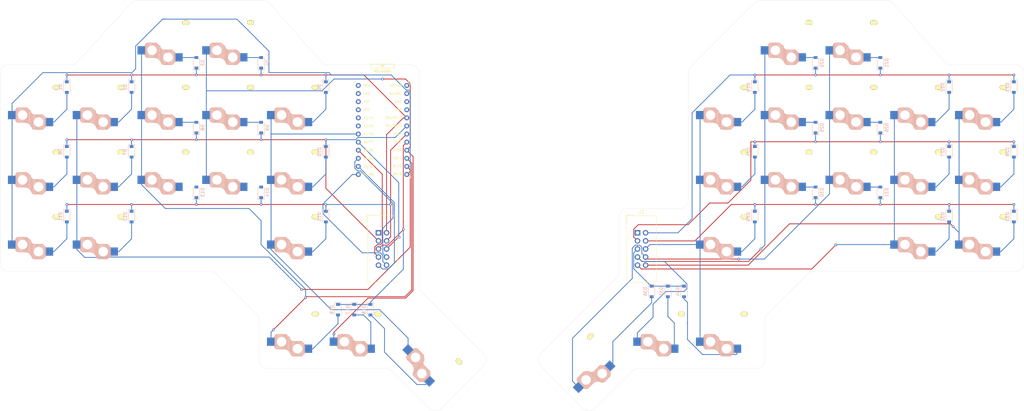
<source format=kicad_pcb>
(kicad_pcb (version 20171130) (host pcbnew "(5.1.4-0)")
  (layers (0 F.Cu signal) (31 B.Cu signal) (34 B.Paste user) (35 F.Paste user) (36 B.SilkS user) (37 F.SilkS user) (38 B.Mask user) (39 F.Mask user) (44 Edge.Cuts user))
  (net 0 "")
  (net 1 "Net-(D1-Pad2)")
  (net 2 row1)
  (net 3 "Net-(D2-Pad2)")
  (net 4 "Net-(D3-Pad2)")
  (net 5 "Net-(D4-Pad2)")
  (net 6 "Net-(D5-Pad2)")
  (net 7 "Net-(D6-Pad2)")
  (net 8 row2)
  (net 9 "Net-(D7-Pad2)")
  (net 10 "Net-(D8-Pad2)")
  (net 11 "Net-(D9-Pad2)")
  (net 12 "Net-(D10-Pad2)")
  (net 13 "Net-(D11-Pad2)")
  (net 14 row3)
  (net 15 "Net-(D12-Pad2)")
  (net 16 "Net-(D13-Pad2)")
  (net 17 "Net-(D14-Pad2)")
  (net 18 "Net-(D15-Pad2)")
  (net 19 "Net-(D16-Pad2)")
  (net 20 row4)
  (net 21 "Net-(D17-Pad2)")
  (net 22 "Net-(D18-Pad2)")
  (net 23 "Net-(D19-Pad2)")
  (net 24 row1-j2)
  (net 25 "Net-(D20-Pad2)")
  (net 26 row2-j2)
  (net 27 "Net-(D21-Pad2)")
  (net 28 row3-j2)
  (net 29 "Net-(D22-Pad2)")
  (net 30 row4-j2)
  (net 31 "Net-(D23-Pad2)")
  (net 32 "Net-(D24-Pad2)")
  (net 33 "Net-(D25-Pad2)")
  (net 34 "Net-(D26-Pad2)")
  (net 35 "Net-(D27-Pad2)")
  (net 36 "Net-(D28-Pad2)")
  (net 37 "Net-(D29-Pad2)")
  (net 38 "Net-(D30-Pad2)")
  (net 39 "Net-(D31-Pad2)")
  (net 40 "Net-(D32-Pad2)")
  (net 41 "Net-(D33-Pad2)")
  (net 42 "Net-(D34-Pad2)")
  (net 43 "Net-(D35-Pad2)")
  (net 44 "Net-(D36-Pad2)")
  (net 45 col10-j1)
  (net 46 col9-j1)
  (net 47 col8-j1)
  (net 48 col7-j1)
  (net 49 col6-j1)
  (net 50 "Net-(J1-Pad1)")
  (net 51 col10-j2)
  (net 52 col9-j2)
  (net 53 col8-j2)
  (net 54 col7-j2)
  (net 55 col6-j2)
  (net 56 "Net-(J2-Pad1)")
  (net 57 col1)
  (net 58 col2)
  (net 59 col3)
  (net 60 col4)
  (net 61 col5)
  (net 62 "Net-(U1-Pad24)")
  (net 63 "Net-(U1-Pad23)")
  (net 64 "Net-(U1-Pad22)")
  (net 65 "Net-(U1-Pad21)")
  (net 66 "Net-(U1-Pad20)")
  (net 67 "Net-(U1-Pad19)")
  (net 68 "Net-(U1-Pad4)")
  (net 69 "Net-(U1-Pad3)")
  (net 70 "Net-(U1-Pad2)")
  (net 71 "Net-(U1-Pad1)")
  (module kbd:ChocV1_V2_Hotswap (layer F.Cu) (at 149.225 55.88)
    (fp_text reference MX17 hide)
    (fp_text value MX-NoLED hide)
    (pad "" np_thru_hole circle (at 5.5 0 90) (size 1.9 1.9) (drill 1.9) (layers *.Cu))
    (pad "" np_thru_hole circle (at -5.5 0 90) (size 1.9 1.9) (drill 1.9) (layers *.Cu))
    (pad "" np_thru_hole circle (at 0 0 90) (size 5 5) (drill 5) (layers *.Cu))
    (pad "" np_thru_hole circle (at 0 5.9 90) (size 3 3) (drill 3) (layers *.Cu *.Mask))
    (pad "" np_thru_hole circle (at -5 3.7 90) (size 3 3) (drill 3) (layers *.Cu *.Mask))
    (pad 2 smd rect (at 3.3 5.9 180) (size 2.6 2.6) (layers B.Cu B.Paste B.Mask) (net 21 "Net-(D17-Pad2)"))
    (pad 1 smd rect (at -8.3 3.7 180) (size 2.6 2.6) (layers B.Cu B.Paste B.Mask) (net 60 col4))
    (pad "" thru_hole oval (at 5.55 -5 180) (size 2.2 1.5) (drill oval 1 0.3) (layers *.Cu F.SilkS B.Mask))
  )
  (module kbd:ProMicro_v3 (layer F.Cu) (at 156.21 -6.35)
    (fp_text reference U1 hide)
    (fp_text value ProMicro hide)
    (fp_text user RAW (at -4.995 -14.5 unlocked) (layer F.SilkS) (effects (font (size 0.75 0.67) (thickness 0.125))))
    (fp_text user GND (at -4.995 -11.95 unlocked) (layer F.SilkS) (effects (font (size 0.75 0.67) (thickness 0.125))))
    (fp_text user RST (at -4.995 -9.4 unlocked) (layer F.SilkS) (effects (font (size 0.75 0.67) (thickness 0.125))))
    (fp_text user VCC (at -4.995 -6.95 unlocked) (layer F.SilkS) (effects (font (size 0.75 0.67) (thickness 0.125))))
    (fp_text user A3/F4 (at -4.395 -4.25 unlocked) (layer F.SilkS) (effects (font (size 0.75 0.67) (thickness 0.125))))
    (fp_text user A2/F5 (at -4.395 -1.75 unlocked) (layer F.SilkS) (effects (font (size 0.75 0.67) (thickness 0.125))))
    (fp_text user A1/F6 (at -4.395 0.75 unlocked) (layer F.SilkS) (effects (font (size 0.75 0.67) (thickness 0.125))))
    (fp_text user A0/F7 (at -4.395 3.3 unlocked) (layer F.SilkS) (effects (font (size 0.75 0.67) (thickness 0.125))))
    (fp_text user 15/B1 (at -4.395 5.85 unlocked) (layer F.SilkS) (effects (font (size 0.75 0.67) (thickness 0.125))))
    (fp_text user 14/B3 (at -4.395 8.4 unlocked) (layer F.SilkS) (effects (font (size 0.75 0.67) (thickness 0.125))))
    (fp_text user 10/B6 (at -4.395 13.45 unlocked) (layer F.SilkS) (effects (font (size 0.75 0.67) (thickness 0.125))))
    (fp_text user 16/B2 (at -4.395 10.95 unlocked) (layer F.SilkS) (effects (font (size 0.75 0.67) (thickness 0.125))))
    (fp_text user E6/7 (at 4.705 8.25 unlocked) (layer F.SilkS) (effects (font (size 0.75 0.67) (thickness 0.125))))
    (fp_text user D7/6 (at 4.705 5.7 unlocked) (layer F.SilkS) (effects (font (size 0.75 0.67) (thickness 0.125))))
    (fp_text user GND (at 4.955 -9.35 unlocked) (layer F.SilkS) (effects (font (size 0.75 0.67) (thickness 0.125))))
    (fp_text user GND (at 4.955 -6.9 unlocked) (layer F.SilkS) (effects (font (size 0.75 0.67) (thickness 0.125))))
    (fp_text user D3/TX0 (at 4.155 -14.45 unlocked) (layer F.SilkS) (effects (font (size 0.75 0.67) (thickness 0.125))))
    (fp_text user D4/4 (at 4.705 0.6 unlocked) (layer F.SilkS) (effects (font (size 0.75 0.67) (thickness 0.125))))
    (fp_text user SDA/D1/2 (at 3.455 -4.4 unlocked) (layer F.SilkS) (effects (font (size 0.75 0.67) (thickness 0.125))))
    (fp_text user SCL/D0/3 (at 3.455 -1.9 unlocked) (layer F.SilkS) (effects (font (size 0.75 0.67) (thickness 0.125))))
    (fp_text user C6/5 (at 4.705 3.15 unlocked) (layer F.SilkS) (effects (font (size 0.75 0.67) (thickness 0.125))))
    (fp_text user B5/9 (at 4.705 13.3 unlocked) (layer F.SilkS) (effects (font (size 0.75 0.67) (thickness 0.125))))
    (fp_text user D2/RX1 (at 4.155 -11.9 unlocked) (layer F.SilkS) (effects (font (size 0.75 0.67) (thickness 0.125))))
    (fp_text user B4/8 (at 4.705 10.8 unlocked) (layer F.SilkS) (effects (font (size 0.75 0.67) (thickness 0.125))))
    (fp_text user MicroUSB (at -0.05 -18.95) (layer F.SilkS) (effects (font (size 0.75 0.75) (thickness 0.12))))
    (fp_text user MicroUSB (at -0.05 -18.95) (layer F.SilkS) (effects (font (size 0.75 0.75) (thickness 0.12))))
    (pad 24 thru_hole circle (at -7.6086 -14.478) (size 1.524 1.524) (drill 0.8128) (layers *.Cu B.Mask) (net 62 "Net-(U1-Pad24)"))
    (pad 23 thru_hole circle (at -7.6086 -11.938) (size 1.524 1.524) (drill 0.8128) (layers *.Cu B.Mask) (net 63 "Net-(U1-Pad23)"))
    (pad 22 thru_hole circle (at -7.6086 -9.398) (size 1.524 1.524) (drill 0.8128) (layers *.Cu B.Mask) (net 64 "Net-(U1-Pad22)"))
    (pad 21 thru_hole circle (at -7.6086 -6.858) (size 1.524 1.524) (drill 0.8128) (layers *.Cu B.Mask) (net 65 "Net-(U1-Pad21)"))
    (pad 20 thru_hole circle (at -7.6086 -4.318) (size 1.524 1.524) (drill 0.8128) (layers *.Cu B.Mask) (net 66 "Net-(U1-Pad20)"))
    (pad 19 thru_hole circle (at -7.6086 -1.778) (size 1.524 1.524) (drill 0.8128) (layers *.Cu B.Mask) (net 67 "Net-(U1-Pad19)"))
    (pad 18 thru_hole circle (at -7.6086 0.762) (size 1.524 1.524) (drill 0.8128) (layers *.Cu B.Mask) (net 61 col5))
    (pad 17 thru_hole circle (at -7.6086 3.302) (size 1.524 1.524) (drill 0.8128) (layers *.Cu B.Mask) (net 49 col6-j1))
    (pad 16 thru_hole circle (at -7.6086 5.842) (size 1.524 1.524) (drill 0.8128) (layers *.Cu B.Mask) (net 48 col7-j1))
    (pad 15 thru_hole circle (at -7.6086 8.382) (size 1.524 1.524) (drill 0.8128) (layers *.Cu B.Mask) (net 47 col8-j1))
    (pad 14 thru_hole circle (at -7.6086 10.922) (size 1.524 1.524) (drill 0.8128) (layers *.Cu B.Mask) (net 46 col9-j1))
    (pad 13 thru_hole circle (at -7.6086 13.462) (size 1.524 1.524) (drill 0.8128) (layers *.Cu B.Mask) (net 45 col10-j1))
    (pad 12 thru_hole circle (at 7.6114 13.462) (size 1.524 1.524) (drill 0.8128) (layers *.Cu B.Mask) (net 57 col1))
    (pad 11 thru_hole circle (at 7.6114 10.922) (size 1.524 1.524) (drill 0.8128) (layers *.Cu B.Mask) (net 58 col2))
    (pad 10 thru_hole circle (at 7.6114 8.382) (size 1.524 1.524) (drill 0.8128) (layers *.Cu B.Mask) (net 59 col3))
    (pad 9 thru_hole circle (at 7.6114 5.842) (size 1.524 1.524) (drill 0.8128) (layers *.Cu B.Mask) (net 60 col4))
    (pad 8 thru_hole circle (at 7.6114 3.302) (size 1.524 1.524) (drill 0.8128) (layers *.Cu B.Mask) (net 20 row4))
    (pad 7 thru_hole circle (at 7.6114 0.762) (size 1.524 1.524) (drill 0.8128) (layers *.Cu B.Mask) (net 14 row3))
    (pad 6 thru_hole circle (at 7.6114 -1.778) (size 1.524 1.524) (drill 0.8128) (layers *.Cu B.Mask) (net 8 row2))
    (pad 5 thru_hole circle (at 7.6114 -4.318) (size 1.524 1.524) (drill 0.8128) (layers *.Cu B.Mask) (net 2 row1))
    (pad 4 thru_hole circle (at 7.6114 -6.858) (size 1.524 1.524) (drill 0.8128) (layers *.Cu B.Mask) (net 68 "Net-(U1-Pad4)"))
    (pad 3 thru_hole circle (at 7.6114 -9.398) (size 1.524 1.524) (drill 0.8128) (layers *.Cu B.Mask) (net 69 "Net-(U1-Pad3)"))
    (pad 2 thru_hole circle (at 7.6114 -11.938) (size 1.524 1.524) (drill 0.8128) (layers *.Cu B.Mask) (net 70 "Net-(U1-Pad2)"))
    (pad 1 thru_hole circle (at 7.6114 -14.478) (size 1.524 1.524) (drill 0.8128) (layers *.Cu B.Mask) (net 71 "Net-(U1-Pad1)"))
  )
  (module kbd:ChocV1_V2_Hotswap (layer F.Cu) (at 220.98 65.405 45)
    (fp_text reference MX36 hide)
    (fp_text value MX-NoLED hide)
    (pad "" np_thru_hole circle (at 5.5 0 135) (size 1.9 1.9) (drill 1.9) (layers *.Cu))
    (pad "" np_thru_hole circle (at -5.5 0 135) (size 1.9 1.9) (drill 1.9) (layers *.Cu))
    (pad "" np_thru_hole circle (at 0 0 135) (size 5 5) (drill 5) (layers *.Cu))
    (pad "" np_thru_hole circle (at 0 5.9 135) (size 3 3) (drill 3) (layers *.Cu *.Mask))
    (pad "" np_thru_hole circle (at -5 3.7 135) (size 3 3) (drill 3) (layers *.Cu *.Mask))
    (pad 2 smd rect (at 3.3 5.9 225) (size 2.6 2.6) (layers B.Cu B.Paste B.Mask) (net 44 "Net-(D36-Pad2)"))
    (pad 1 smd rect (at -8.3 3.7 225) (size 2.6 2.6) (layers B.Cu B.Paste B.Mask) (net 53 col8-j2))
    (pad "" thru_hole oval (at 5.55 -5 225) (size 2.2 1.5) (drill oval 1 0.3) (layers *.Cu F.SilkS B.Mask))
  )
  (module kbd:ChocV1_V2_Hotswap (layer F.Cu) (at 244.475 55.88)
    (fp_text reference MX35 hide)
    (fp_text value MX-NoLED hide)
    (pad "" np_thru_hole circle (at 5.5 0 90) (size 1.9 1.9) (drill 1.9) (layers *.Cu))
    (pad "" np_thru_hole circle (at -5.5 0 90) (size 1.9 1.9) (drill 1.9) (layers *.Cu))
    (pad "" np_thru_hole circle (at 0 0 90) (size 5 5) (drill 5) (layers *.Cu))
    (pad "" np_thru_hole circle (at 0 5.9 90) (size 3 3) (drill 3) (layers *.Cu *.Mask))
    (pad "" np_thru_hole circle (at -5 3.7 90) (size 3 3) (drill 3) (layers *.Cu *.Mask))
    (pad 2 smd rect (at 3.3 5.9 180) (size 2.6 2.6) (layers B.Cu B.Paste B.Mask) (net 43 "Net-(D35-Pad2)"))
    (pad 1 smd rect (at -8.3 3.7 180) (size 2.6 2.6) (layers B.Cu B.Paste B.Mask) (net 54 col7-j2))
    (pad "" thru_hole oval (at 5.55 -5 180) (size 2.2 1.5) (drill oval 1 0.3) (layers *.Cu F.SilkS B.Mask))
  )
  (module kbd:ChocV1_V2_Hotswap (layer F.Cu) (at 264.16 55.88)
    (fp_text reference MX34 hide)
    (fp_text value MX-NoLED hide)
    (pad "" np_thru_hole circle (at 5.5 0 90) (size 1.9 1.9) (drill 1.9) (layers *.Cu))
    (pad "" np_thru_hole circle (at -5.5 0 90) (size 1.9 1.9) (drill 1.9) (layers *.Cu))
    (pad "" np_thru_hole circle (at 0 0 90) (size 5 5) (drill 5) (layers *.Cu))
    (pad "" np_thru_hole circle (at 0 5.9 90) (size 3 3) (drill 3) (layers *.Cu *.Mask))
    (pad "" np_thru_hole circle (at -5 3.7 90) (size 3 3) (drill 3) (layers *.Cu *.Mask))
    (pad 2 smd rect (at 3.3 5.9 180) (size 2.6 2.6) (layers B.Cu B.Paste B.Mask) (net 42 "Net-(D34-Pad2)"))
    (pad 1 smd rect (at -8.3 3.7 180) (size 2.6 2.6) (layers B.Cu B.Paste B.Mask) (net 55 col6-j2))
    (pad "" thru_hole oval (at 5.55 -5 180) (size 2.2 1.5) (drill oval 1 0.3) (layers *.Cu F.SilkS B.Mask))
  )
  (module kbd:ChocV1_V2_Hotswap (layer F.Cu) (at 345.44 25.4)
    (fp_text reference MX33 hide)
    (fp_text value MX-NoLED hide)
    (pad "" np_thru_hole circle (at 5.5 0 90) (size 1.9 1.9) (drill 1.9) (layers *.Cu))
    (pad "" np_thru_hole circle (at -5.5 0 90) (size 1.9 1.9) (drill 1.9) (layers *.Cu))
    (pad "" np_thru_hole circle (at 0 0 90) (size 5 5) (drill 5) (layers *.Cu))
    (pad "" np_thru_hole circle (at 0 5.9 90) (size 3 3) (drill 3) (layers *.Cu *.Mask))
    (pad "" np_thru_hole circle (at -5 3.7 90) (size 3 3) (drill 3) (layers *.Cu *.Mask))
    (pad 2 smd rect (at 3.3 5.9 180) (size 2.6 2.6) (layers B.Cu B.Paste B.Mask) (net 41 "Net-(D33-Pad2)"))
    (pad 1 smd rect (at -8.3 3.7 180) (size 2.6 2.6) (layers B.Cu B.Paste B.Mask) (net 51 col10-j2))
    (pad "" thru_hole oval (at 5.55 -5 180) (size 2.2 1.5) (drill oval 1 0.3) (layers *.Cu F.SilkS B.Mask))
  )
  (module kbd:ChocV1_V2_Hotswap (layer F.Cu) (at 325.12 25.4)
    (fp_text reference MX32 hide)
    (fp_text value MX-NoLED hide)
    (pad "" np_thru_hole circle (at 5.5 0 90) (size 1.9 1.9) (drill 1.9) (layers *.Cu))
    (pad "" np_thru_hole circle (at -5.5 0 90) (size 1.9 1.9) (drill 1.9) (layers *.Cu))
    (pad "" np_thru_hole circle (at 0 0 90) (size 5 5) (drill 5) (layers *.Cu))
    (pad "" np_thru_hole circle (at 0 5.9 90) (size 3 3) (drill 3) (layers *.Cu *.Mask))
    (pad "" np_thru_hole circle (at -5 3.7 90) (size 3 3) (drill 3) (layers *.Cu *.Mask))
    (pad 2 smd rect (at 3.3 5.9 180) (size 2.6 2.6) (layers B.Cu B.Paste B.Mask) (net 40 "Net-(D32-Pad2)"))
    (pad 1 smd rect (at -8.3 3.7 180) (size 2.6 2.6) (layers B.Cu B.Paste B.Mask) (net 52 col9-j2))
    (pad "" thru_hole oval (at 5.55 -5 180) (size 2.2 1.5) (drill oval 1 0.3) (layers *.Cu F.SilkS B.Mask))
  )
  (module kbd:ChocV1_V2_Hotswap (layer F.Cu) (at 304.8 5.08)
    (fp_text reference MX31 hide)
    (fp_text value MX-NoLED hide)
    (pad "" np_thru_hole circle (at 5.5 0 90) (size 1.9 1.9) (drill 1.9) (layers *.Cu))
    (pad "" np_thru_hole circle (at -5.5 0 90) (size 1.9 1.9) (drill 1.9) (layers *.Cu))
    (pad "" np_thru_hole circle (at 0 0 90) (size 5 5) (drill 5) (layers *.Cu))
    (pad "" np_thru_hole circle (at 0 5.9 90) (size 3 3) (drill 3) (layers *.Cu *.Mask))
    (pad "" np_thru_hole circle (at -5 3.7 90) (size 3 3) (drill 3) (layers *.Cu *.Mask))
    (pad 2 smd rect (at 3.3 5.9 180) (size 2.6 2.6) (layers B.Cu B.Paste B.Mask) (net 39 "Net-(D31-Pad2)"))
    (pad 1 smd rect (at -8.3 3.7 180) (size 2.6 2.6) (layers B.Cu B.Paste B.Mask) (net 53 col8-j2))
    (pad "" thru_hole oval (at 5.55 -5 180) (size 2.2 1.5) (drill oval 1 0.3) (layers *.Cu F.SilkS B.Mask))
  )
  (module kbd:ChocV1_V2_Hotswap (layer F.Cu) (at 284.48 5.08)
    (fp_text reference MX30 hide)
    (fp_text value MX-NoLED hide)
    (pad "" np_thru_hole circle (at 5.5 0 90) (size 1.9 1.9) (drill 1.9) (layers *.Cu))
    (pad "" np_thru_hole circle (at -5.5 0 90) (size 1.9 1.9) (drill 1.9) (layers *.Cu))
    (pad "" np_thru_hole circle (at 0 0 90) (size 5 5) (drill 5) (layers *.Cu))
    (pad "" np_thru_hole circle (at 0 5.9 90) (size 3 3) (drill 3) (layers *.Cu *.Mask))
    (pad "" np_thru_hole circle (at -5 3.7 90) (size 3 3) (drill 3) (layers *.Cu *.Mask))
    (pad 2 smd rect (at 3.3 5.9 180) (size 2.6 2.6) (layers B.Cu B.Paste B.Mask) (net 38 "Net-(D30-Pad2)"))
    (pad 1 smd rect (at -8.3 3.7 180) (size 2.6 2.6) (layers B.Cu B.Paste B.Mask) (net 54 col7-j2))
    (pad "" thru_hole oval (at 5.55 -5 180) (size 2.2 1.5) (drill oval 1 0.3) (layers *.Cu F.SilkS B.Mask))
  )
  (module kbd:ChocV1_V2_Hotswap (layer F.Cu) (at 264.16 25.4)
    (fp_text reference MX29 hide)
    (fp_text value MX-NoLED hide)
    (pad "" np_thru_hole circle (at 5.5 0 90) (size 1.9 1.9) (drill 1.9) (layers *.Cu))
    (pad "" np_thru_hole circle (at -5.5 0 90) (size 1.9 1.9) (drill 1.9) (layers *.Cu))
    (pad "" np_thru_hole circle (at 0 0 90) (size 5 5) (drill 5) (layers *.Cu))
    (pad "" np_thru_hole circle (at 0 5.9 90) (size 3 3) (drill 3) (layers *.Cu *.Mask))
    (pad "" np_thru_hole circle (at -5 3.7 90) (size 3 3) (drill 3) (layers *.Cu *.Mask))
    (pad 2 smd rect (at 3.3 5.9 180) (size 2.6 2.6) (layers B.Cu B.Paste B.Mask) (net 37 "Net-(D29-Pad2)"))
    (pad 1 smd rect (at -8.3 3.7 180) (size 2.6 2.6) (layers B.Cu B.Paste B.Mask) (net 55 col6-j2))
    (pad "" thru_hole oval (at 5.55 -5 180) (size 2.2 1.5) (drill oval 1 0.3) (layers *.Cu F.SilkS B.Mask))
  )
  (module kbd:ChocV1_V2_Hotswap (layer F.Cu) (at 345.44 5.08)
    (fp_text reference MX28 hide)
    (fp_text value MX-NoLED hide)
    (pad "" np_thru_hole circle (at 5.5 0 90) (size 1.9 1.9) (drill 1.9) (layers *.Cu))
    (pad "" np_thru_hole circle (at -5.5 0 90) (size 1.9 1.9) (drill 1.9) (layers *.Cu))
    (pad "" np_thru_hole circle (at 0 0 90) (size 5 5) (drill 5) (layers *.Cu))
    (pad "" np_thru_hole circle (at 0 5.9 90) (size 3 3) (drill 3) (layers *.Cu *.Mask))
    (pad "" np_thru_hole circle (at -5 3.7 90) (size 3 3) (drill 3) (layers *.Cu *.Mask))
    (pad 2 smd rect (at 3.3 5.9 180) (size 2.6 2.6) (layers B.Cu B.Paste B.Mask) (net 36 "Net-(D28-Pad2)"))
    (pad 1 smd rect (at -8.3 3.7 180) (size 2.6 2.6) (layers B.Cu B.Paste B.Mask) (net 51 col10-j2))
    (pad "" thru_hole oval (at 5.55 -5 180) (size 2.2 1.5) (drill oval 1 0.3) (layers *.Cu F.SilkS B.Mask))
  )
  (module kbd:ChocV1_V2_Hotswap (layer F.Cu) (at 325.12 5.08)
    (fp_text reference MX27 hide)
    (fp_text value MX-NoLED hide)
    (pad "" np_thru_hole circle (at 5.5 0 90) (size 1.9 1.9) (drill 1.9) (layers *.Cu))
    (pad "" np_thru_hole circle (at -5.5 0 90) (size 1.9 1.9) (drill 1.9) (layers *.Cu))
    (pad "" np_thru_hole circle (at 0 0 90) (size 5 5) (drill 5) (layers *.Cu))
    (pad "" np_thru_hole circle (at 0 5.9 90) (size 3 3) (drill 3) (layers *.Cu *.Mask))
    (pad "" np_thru_hole circle (at -5 3.7 90) (size 3 3) (drill 3) (layers *.Cu *.Mask))
    (pad 2 smd rect (at 3.3 5.9 180) (size 2.6 2.6) (layers B.Cu B.Paste B.Mask) (net 35 "Net-(D27-Pad2)"))
    (pad 1 smd rect (at -8.3 3.7 180) (size 2.6 2.6) (layers B.Cu B.Paste B.Mask) (net 52 col9-j2))
    (pad "" thru_hole oval (at 5.55 -5 180) (size 2.2 1.5) (drill oval 1 0.3) (layers *.Cu F.SilkS B.Mask))
  )
  (module kbd:ChocV1_V2_Hotswap (layer F.Cu) (at 304.8 -15.24)
    (fp_text reference MX26 hide)
    (fp_text value MX-NoLED hide)
    (pad "" np_thru_hole circle (at 5.5 0 90) (size 1.9 1.9) (drill 1.9) (layers *.Cu))
    (pad "" np_thru_hole circle (at -5.5 0 90) (size 1.9 1.9) (drill 1.9) (layers *.Cu))
    (pad "" np_thru_hole circle (at 0 0 90) (size 5 5) (drill 5) (layers *.Cu))
    (pad "" np_thru_hole circle (at 0 5.9 90) (size 3 3) (drill 3) (layers *.Cu *.Mask))
    (pad "" np_thru_hole circle (at -5 3.7 90) (size 3 3) (drill 3) (layers *.Cu *.Mask))
    (pad 2 smd rect (at 3.3 5.9 180) (size 2.6 2.6) (layers B.Cu B.Paste B.Mask) (net 34 "Net-(D26-Pad2)"))
    (pad 1 smd rect (at -8.3 3.7 180) (size 2.6 2.6) (layers B.Cu B.Paste B.Mask) (net 53 col8-j2))
    (pad "" thru_hole oval (at 5.55 -5 180) (size 2.2 1.5) (drill oval 1 0.3) (layers *.Cu F.SilkS B.Mask))
  )
  (module kbd:ChocV1_V2_Hotswap (layer F.Cu) (at 284.48 -15.24)
    (fp_text reference MX25 hide)
    (fp_text value MX-NoLED hide)
    (pad "" np_thru_hole circle (at 5.5 0 90) (size 1.9 1.9) (drill 1.9) (layers *.Cu))
    (pad "" np_thru_hole circle (at -5.5 0 90) (size 1.9 1.9) (drill 1.9) (layers *.Cu))
    (pad "" np_thru_hole circle (at 0 0 90) (size 5 5) (drill 5) (layers *.Cu))
    (pad "" np_thru_hole circle (at 0 5.9 90) (size 3 3) (drill 3) (layers *.Cu *.Mask))
    (pad "" np_thru_hole circle (at -5 3.7 90) (size 3 3) (drill 3) (layers *.Cu *.Mask))
    (pad 2 smd rect (at 3.3 5.9 180) (size 2.6 2.6) (layers B.Cu B.Paste B.Mask) (net 33 "Net-(D25-Pad2)"))
    (pad 1 smd rect (at -8.3 3.7 180) (size 2.6 2.6) (layers B.Cu B.Paste B.Mask) (net 54 col7-j2))
    (pad "" thru_hole oval (at 5.55 -5 180) (size 2.2 1.5) (drill oval 1 0.3) (layers *.Cu F.SilkS B.Mask))
  )
  (module kbd:ChocV1_V2_Hotswap (layer F.Cu) (at 264.16 5.08)
    (fp_text reference MX24 hide)
    (fp_text value MX-NoLED hide)
    (pad "" np_thru_hole circle (at 5.5 0 90) (size 1.9 1.9) (drill 1.9) (layers *.Cu))
    (pad "" np_thru_hole circle (at -5.5 0 90) (size 1.9 1.9) (drill 1.9) (layers *.Cu))
    (pad "" np_thru_hole circle (at 0 0 90) (size 5 5) (drill 5) (layers *.Cu))
    (pad "" np_thru_hole circle (at 0 5.9 90) (size 3 3) (drill 3) (layers *.Cu *.Mask))
    (pad "" np_thru_hole circle (at -5 3.7 90) (size 3 3) (drill 3) (layers *.Cu *.Mask))
    (pad 2 smd rect (at 3.3 5.9 180) (size 2.6 2.6) (layers B.Cu B.Paste B.Mask) (net 32 "Net-(D24-Pad2)"))
    (pad 1 smd rect (at -8.3 3.7 180) (size 2.6 2.6) (layers B.Cu B.Paste B.Mask) (net 55 col6-j2))
    (pad "" thru_hole oval (at 5.55 -5 180) (size 2.2 1.5) (drill oval 1 0.3) (layers *.Cu F.SilkS B.Mask))
  )
  (module kbd:ChocV1_V2_Hotswap (layer F.Cu) (at 345.44 -15.24)
    (fp_text reference MX23 hide)
    (fp_text value MX-NoLED hide)
    (pad "" np_thru_hole circle (at 5.5 0 90) (size 1.9 1.9) (drill 1.9) (layers *.Cu))
    (pad "" np_thru_hole circle (at -5.5 0 90) (size 1.9 1.9) (drill 1.9) (layers *.Cu))
    (pad "" np_thru_hole circle (at 0 0 90) (size 5 5) (drill 5) (layers *.Cu))
    (pad "" np_thru_hole circle (at 0 5.9 90) (size 3 3) (drill 3) (layers *.Cu *.Mask))
    (pad "" np_thru_hole circle (at -5 3.7 90) (size 3 3) (drill 3) (layers *.Cu *.Mask))
    (pad 2 smd rect (at 3.3 5.9 180) (size 2.6 2.6) (layers B.Cu B.Paste B.Mask) (net 31 "Net-(D23-Pad2)"))
    (pad 1 smd rect (at -8.3 3.7 180) (size 2.6 2.6) (layers B.Cu B.Paste B.Mask) (net 51 col10-j2))
    (pad "" thru_hole oval (at 5.55 -5 180) (size 2.2 1.5) (drill oval 1 0.3) (layers *.Cu F.SilkS B.Mask))
  )
  (module kbd:ChocV1_V2_Hotswap (layer F.Cu) (at 325.12 -15.24)
    (fp_text reference MX22 hide)
    (fp_text value MX-NoLED hide)
    (pad "" np_thru_hole circle (at 5.5 0 90) (size 1.9 1.9) (drill 1.9) (layers *.Cu))
    (pad "" np_thru_hole circle (at -5.5 0 90) (size 1.9 1.9) (drill 1.9) (layers *.Cu))
    (pad "" np_thru_hole circle (at 0 0 90) (size 5 5) (drill 5) (layers *.Cu))
    (pad "" np_thru_hole circle (at 0 5.9 90) (size 3 3) (drill 3) (layers *.Cu *.Mask))
    (pad "" np_thru_hole circle (at -5 3.7 90) (size 3 3) (drill 3) (layers *.Cu *.Mask))
    (pad 2 smd rect (at 3.3 5.9 180) (size 2.6 2.6) (layers B.Cu B.Paste B.Mask) (net 29 "Net-(D22-Pad2)"))
    (pad 1 smd rect (at -8.3 3.7 180) (size 2.6 2.6) (layers B.Cu B.Paste B.Mask) (net 52 col9-j2))
    (pad "" thru_hole oval (at 5.55 -5 180) (size 2.2 1.5) (drill oval 1 0.3) (layers *.Cu F.SilkS B.Mask))
  )
  (module kbd:ChocV1_V2_Hotswap (layer F.Cu) (at 304.8 -35.56)
    (fp_text reference MX21 hide)
    (fp_text value MX-NoLED hide)
    (pad "" np_thru_hole circle (at 5.5 0 90) (size 1.9 1.9) (drill 1.9) (layers *.Cu))
    (pad "" np_thru_hole circle (at -5.5 0 90) (size 1.9 1.9) (drill 1.9) (layers *.Cu))
    (pad "" np_thru_hole circle (at 0 0 90) (size 5 5) (drill 5) (layers *.Cu))
    (pad "" np_thru_hole circle (at 0 5.9 90) (size 3 3) (drill 3) (layers *.Cu *.Mask))
    (pad "" np_thru_hole circle (at -5 3.7 90) (size 3 3) (drill 3) (layers *.Cu *.Mask))
    (pad 2 smd rect (at 3.3 5.9 180) (size 2.6 2.6) (layers B.Cu B.Paste B.Mask) (net 27 "Net-(D21-Pad2)"))
    (pad 1 smd rect (at -8.3 3.7 180) (size 2.6 2.6) (layers B.Cu B.Paste B.Mask) (net 53 col8-j2))
    (pad "" thru_hole oval (at 5.55 -5 180) (size 2.2 1.5) (drill oval 1 0.3) (layers *.Cu F.SilkS B.Mask))
  )
  (module kbd:ChocV1_V2_Hotswap (layer F.Cu) (at 284.48 -35.56)
    (fp_text reference MX20 hide)
    (fp_text value MX-NoLED hide)
    (pad "" np_thru_hole circle (at 5.5 0 90) (size 1.9 1.9) (drill 1.9) (layers *.Cu))
    (pad "" np_thru_hole circle (at -5.5 0 90) (size 1.9 1.9) (drill 1.9) (layers *.Cu))
    (pad "" np_thru_hole circle (at 0 0 90) (size 5 5) (drill 5) (layers *.Cu))
    (pad "" np_thru_hole circle (at 0 5.9 90) (size 3 3) (drill 3) (layers *.Cu *.Mask))
    (pad "" np_thru_hole circle (at -5 3.7 90) (size 3 3) (drill 3) (layers *.Cu *.Mask))
    (pad 2 smd rect (at 3.3 5.9 180) (size 2.6 2.6) (layers B.Cu B.Paste B.Mask) (net 25 "Net-(D20-Pad2)"))
    (pad 1 smd rect (at -8.3 3.7 180) (size 2.6 2.6) (layers B.Cu B.Paste B.Mask) (net 54 col7-j2))
    (pad "" thru_hole oval (at 5.55 -5 180) (size 2.2 1.5) (drill oval 1 0.3) (layers *.Cu F.SilkS B.Mask))
  )
  (module kbd:ChocV1_V2_Hotswap (layer F.Cu) (at 264.16 -15.24)
    (fp_text reference MX19 hide)
    (fp_text value MX-NoLED hide)
    (pad "" np_thru_hole circle (at 5.5 0 90) (size 1.9 1.9) (drill 1.9) (layers *.Cu))
    (pad "" np_thru_hole circle (at -5.5 0 90) (size 1.9 1.9) (drill 1.9) (layers *.Cu))
    (pad "" np_thru_hole circle (at 0 0 90) (size 5 5) (drill 5) (layers *.Cu))
    (pad "" np_thru_hole circle (at 0 5.9 90) (size 3 3) (drill 3) (layers *.Cu *.Mask))
    (pad "" np_thru_hole circle (at -5 3.7 90) (size 3 3) (drill 3) (layers *.Cu *.Mask))
    (pad 2 smd rect (at 3.3 5.9 180) (size 2.6 2.6) (layers B.Cu B.Paste B.Mask) (net 23 "Net-(D19-Pad2)"))
    (pad 1 smd rect (at -8.3 3.7 180) (size 2.6 2.6) (layers B.Cu B.Paste B.Mask) (net 55 col6-j2))
    (pad "" thru_hole oval (at 5.55 -5 180) (size 2.2 1.5) (drill oval 1 0.3) (layers *.Cu F.SilkS B.Mask))
  )
  (module kbd:ChocV1_V2_Hotswap (layer F.Cu) (at 172.72 65.405 315)
    (fp_text reference MX18 hide)
    (fp_text value MX-NoLED hide)
    (pad "" thru_hole oval (at 5.55 -5 135) (size 2.2 1.5) (drill oval 1 0.3) (layers *.Cu F.SilkS B.Mask))
    (pad 1 smd rect (at -8.3 3.7 135) (size 2.6 2.6) (layers B.Cu B.Paste B.Mask) (net 61 col5))
    (pad 2 smd rect (at 3.3 5.9 135) (size 2.6 2.6) (layers B.Cu B.Paste B.Mask) (net 22 "Net-(D18-Pad2)"))
    (pad "" np_thru_hole circle (at -5 3.7 45) (size 3 3) (drill 3) (layers *.Cu *.Mask))
    (pad "" np_thru_hole circle (at 0 5.9 45) (size 3 3) (drill 3) (layers *.Cu *.Mask))
    (pad "" np_thru_hole circle (at 0 0 45) (size 5 5) (drill 5) (layers *.Cu))
    (pad "" np_thru_hole circle (at -5.5 0 45) (size 1.9 1.9) (drill 1.9) (layers *.Cu))
    (pad "" np_thru_hole circle (at 5.5 0 45) (size 1.9 1.9) (drill 1.9) (layers *.Cu))
  )
  (module kbd:ChocV1_V2_Hotswap (layer F.Cu) (at 129.54 55.88)
    (fp_text reference MX16 hide)
    (fp_text value MX-NoLED hide)
    (pad "" np_thru_hole circle (at 5.5 0 90) (size 1.9 1.9) (drill 1.9) (layers *.Cu))
    (pad "" np_thru_hole circle (at -5.5 0 90) (size 1.9 1.9) (drill 1.9) (layers *.Cu))
    (pad "" np_thru_hole circle (at 0 0 90) (size 5 5) (drill 5) (layers *.Cu))
    (pad "" np_thru_hole circle (at 0 5.9 90) (size 3 3) (drill 3) (layers *.Cu *.Mask))
    (pad "" np_thru_hole circle (at -5 3.7 90) (size 3 3) (drill 3) (layers *.Cu *.Mask))
    (pad 2 smd rect (at 3.3 5.9 180) (size 2.6 2.6) (layers B.Cu B.Paste B.Mask) (net 19 "Net-(D16-Pad2)"))
    (pad 1 smd rect (at -8.3 3.7 180) (size 2.6 2.6) (layers B.Cu B.Paste B.Mask) (net 59 col3))
    (pad "" thru_hole oval (at 5.55 -5 180) (size 2.2 1.5) (drill oval 1 0.3) (layers *.Cu F.SilkS B.Mask))
  )
  (module kbd:ChocV1_V2_Hotswap (layer F.Cu) (at 129.54 25.4)
    (fp_text reference MX15 hide)
    (fp_text value MX-NoLED hide)
    (pad "" np_thru_hole circle (at 5.5 0 90) (size 1.9 1.9) (drill 1.9) (layers *.Cu))
    (pad "" np_thru_hole circle (at -5.5 0 90) (size 1.9 1.9) (drill 1.9) (layers *.Cu))
    (pad "" np_thru_hole circle (at 0 0 90) (size 5 5) (drill 5) (layers *.Cu))
    (pad "" np_thru_hole circle (at 0 5.9 90) (size 3 3) (drill 3) (layers *.Cu *.Mask))
    (pad "" np_thru_hole circle (at -5 3.7 90) (size 3 3) (drill 3) (layers *.Cu *.Mask))
    (pad 2 smd rect (at 3.3 5.9 180) (size 2.6 2.6) (layers B.Cu B.Paste B.Mask) (net 18 "Net-(D15-Pad2)"))
    (pad 1 smd rect (at -8.3 3.7 180) (size 2.6 2.6) (layers B.Cu B.Paste B.Mask) (net 61 col5))
    (pad "" thru_hole oval (at 5.55 -5 180) (size 2.2 1.5) (drill oval 1 0.3) (layers *.Cu F.SilkS B.Mask))
  )
  (module kbd:ChocV1_V2_Hotswap (layer F.Cu) (at 109.22 5.08)
    (fp_text reference MX14 hide)
    (fp_text value MX-NoLED hide)
    (pad "" np_thru_hole circle (at 5.5 0 90) (size 1.9 1.9) (drill 1.9) (layers *.Cu))
    (pad "" np_thru_hole circle (at -5.5 0 90) (size 1.9 1.9) (drill 1.9) (layers *.Cu))
    (pad "" np_thru_hole circle (at 0 0 90) (size 5 5) (drill 5) (layers *.Cu))
    (pad "" np_thru_hole circle (at 0 5.9 90) (size 3 3) (drill 3) (layers *.Cu *.Mask))
    (pad "" np_thru_hole circle (at -5 3.7 90) (size 3 3) (drill 3) (layers *.Cu *.Mask))
    (pad 2 smd rect (at 3.3 5.9 180) (size 2.6 2.6) (layers B.Cu B.Paste B.Mask) (net 17 "Net-(D14-Pad2)"))
    (pad 1 smd rect (at -8.3 3.7 180) (size 2.6 2.6) (layers B.Cu B.Paste B.Mask) (net 60 col4))
    (pad "" thru_hole oval (at 5.55 -5 180) (size 2.2 1.5) (drill oval 1 0.3) (layers *.Cu F.SilkS B.Mask))
  )
  (module kbd:ChocV1_V2_Hotswap (layer F.Cu) (at 88.9 5.08)
    (fp_text reference MX13 hide)
    (fp_text value MX-NoLED hide)
    (pad "" np_thru_hole circle (at 5.5 0 90) (size 1.9 1.9) (drill 1.9) (layers *.Cu))
    (pad "" np_thru_hole circle (at -5.5 0 90) (size 1.9 1.9) (drill 1.9) (layers *.Cu))
    (pad "" np_thru_hole circle (at 0 0 90) (size 5 5) (drill 5) (layers *.Cu))
    (pad "" np_thru_hole circle (at 0 5.9 90) (size 3 3) (drill 3) (layers *.Cu *.Mask))
    (pad "" np_thru_hole circle (at -5 3.7 90) (size 3 3) (drill 3) (layers *.Cu *.Mask))
    (pad 2 smd rect (at 3.3 5.9 180) (size 2.6 2.6) (layers B.Cu B.Paste B.Mask) (net 16 "Net-(D13-Pad2)"))
    (pad 1 smd rect (at -8.3 3.7 180) (size 2.6 2.6) (layers B.Cu B.Paste B.Mask) (net 59 col3))
    (pad "" thru_hole oval (at 5.55 -5 180) (size 2.2 1.5) (drill oval 1 0.3) (layers *.Cu F.SilkS B.Mask))
  )
  (module kbd:ChocV1_V2_Hotswap (layer F.Cu) (at 68.58 25.4)
    (fp_text reference MX12 hide)
    (fp_text value MX-NoLED hide)
    (pad "" np_thru_hole circle (at 5.5 0 90) (size 1.9 1.9) (drill 1.9) (layers *.Cu))
    (pad "" np_thru_hole circle (at -5.5 0 90) (size 1.9 1.9) (drill 1.9) (layers *.Cu))
    (pad "" np_thru_hole circle (at 0 0 90) (size 5 5) (drill 5) (layers *.Cu))
    (pad "" np_thru_hole circle (at 0 5.9 90) (size 3 3) (drill 3) (layers *.Cu *.Mask))
    (pad "" np_thru_hole circle (at -5 3.7 90) (size 3 3) (drill 3) (layers *.Cu *.Mask))
    (pad 2 smd rect (at 3.3 5.9 180) (size 2.6 2.6) (layers B.Cu B.Paste B.Mask) (net 15 "Net-(D12-Pad2)"))
    (pad 1 smd rect (at -8.3 3.7 180) (size 2.6 2.6) (layers B.Cu B.Paste B.Mask) (net 58 col2))
    (pad "" thru_hole oval (at 5.55 -5 180) (size 2.2 1.5) (drill oval 1 0.3) (layers *.Cu F.SilkS B.Mask))
  )
  (module kbd:ChocV1_V2_Hotswap (layer F.Cu) (at 48.26 25.4)
    (fp_text reference MX11 hide)
    (fp_text value MX-NoLED hide)
    (pad "" np_thru_hole circle (at 5.5 0 90) (size 1.9 1.9) (drill 1.9) (layers *.Cu))
    (pad "" np_thru_hole circle (at -5.5 0 90) (size 1.9 1.9) (drill 1.9) (layers *.Cu))
    (pad "" np_thru_hole circle (at 0 0 90) (size 5 5) (drill 5) (layers *.Cu))
    (pad "" np_thru_hole circle (at 0 5.9 90) (size 3 3) (drill 3) (layers *.Cu *.Mask))
    (pad "" np_thru_hole circle (at -5 3.7 90) (size 3 3) (drill 3) (layers *.Cu *.Mask))
    (pad 2 smd rect (at 3.3 5.9 180) (size 2.6 2.6) (layers B.Cu B.Paste B.Mask) (net 13 "Net-(D11-Pad2)"))
    (pad 1 smd rect (at -8.3 3.7 180) (size 2.6 2.6) (layers B.Cu B.Paste B.Mask) (net 57 col1))
    (pad "" thru_hole oval (at 5.55 -5 180) (size 2.2 1.5) (drill oval 1 0.3) (layers *.Cu F.SilkS B.Mask))
  )
  (module kbd:ChocV1_V2_Hotswap (layer F.Cu) (at 129.54 5.08)
    (fp_text reference MX10 hide)
    (fp_text value MX-NoLED hide)
    (pad "" np_thru_hole circle (at 5.5 0 90) (size 1.9 1.9) (drill 1.9) (layers *.Cu))
    (pad "" np_thru_hole circle (at -5.5 0 90) (size 1.9 1.9) (drill 1.9) (layers *.Cu))
    (pad "" np_thru_hole circle (at 0 0 90) (size 5 5) (drill 5) (layers *.Cu))
    (pad "" np_thru_hole circle (at 0 5.9 90) (size 3 3) (drill 3) (layers *.Cu *.Mask))
    (pad "" np_thru_hole circle (at -5 3.7 90) (size 3 3) (drill 3) (layers *.Cu *.Mask))
    (pad 2 smd rect (at 3.3 5.9 180) (size 2.6 2.6) (layers B.Cu B.Paste B.Mask) (net 12 "Net-(D10-Pad2)"))
    (pad 1 smd rect (at -8.3 3.7 180) (size 2.6 2.6) (layers B.Cu B.Paste B.Mask) (net 61 col5))
    (pad "" thru_hole oval (at 5.55 -5 180) (size 2.2 1.5) (drill oval 1 0.3) (layers *.Cu F.SilkS B.Mask))
  )
  (module kbd:ChocV1_V2_Hotswap (layer F.Cu) (at 109.22 -15.24)
    (fp_text reference MX9 hide)
    (fp_text value MX-NoLED hide)
    (pad "" np_thru_hole circle (at 5.5 0 90) (size 1.9 1.9) (drill 1.9) (layers *.Cu))
    (pad "" np_thru_hole circle (at -5.5 0 90) (size 1.9 1.9) (drill 1.9) (layers *.Cu))
    (pad "" np_thru_hole circle (at 0 0 90) (size 5 5) (drill 5) (layers *.Cu))
    (pad "" np_thru_hole circle (at 0 5.9 90) (size 3 3) (drill 3) (layers *.Cu *.Mask))
    (pad "" np_thru_hole circle (at -5 3.7 90) (size 3 3) (drill 3) (layers *.Cu *.Mask))
    (pad 2 smd rect (at 3.3 5.9 180) (size 2.6 2.6) (layers B.Cu B.Paste B.Mask) (net 11 "Net-(D9-Pad2)"))
    (pad 1 smd rect (at -8.3 3.7 180) (size 2.6 2.6) (layers B.Cu B.Paste B.Mask) (net 60 col4))
    (pad "" thru_hole oval (at 5.55 -5 180) (size 2.2 1.5) (drill oval 1 0.3) (layers *.Cu F.SilkS B.Mask))
  )
  (module kbd:ChocV1_V2_Hotswap (layer F.Cu) (at 88.9 -15.24)
    (fp_text reference MX8 hide)
    (fp_text value MX-NoLED hide)
    (pad "" np_thru_hole circle (at 5.5 0 90) (size 1.9 1.9) (drill 1.9) (layers *.Cu))
    (pad "" np_thru_hole circle (at -5.5 0 90) (size 1.9 1.9) (drill 1.9) (layers *.Cu))
    (pad "" np_thru_hole circle (at 0 0 90) (size 5 5) (drill 5) (layers *.Cu))
    (pad "" np_thru_hole circle (at 0 5.9 90) (size 3 3) (drill 3) (layers *.Cu *.Mask))
    (pad "" np_thru_hole circle (at -5 3.7 90) (size 3 3) (drill 3) (layers *.Cu *.Mask))
    (pad 2 smd rect (at 3.3 5.9 180) (size 2.6 2.6) (layers B.Cu B.Paste B.Mask) (net 10 "Net-(D8-Pad2)"))
    (pad 1 smd rect (at -8.3 3.7 180) (size 2.6 2.6) (layers B.Cu B.Paste B.Mask) (net 59 col3))
    (pad "" thru_hole oval (at 5.55 -5 180) (size 2.2 1.5) (drill oval 1 0.3) (layers *.Cu F.SilkS B.Mask))
  )
  (module kbd:ChocV1_V2_Hotswap (layer F.Cu) (at 68.58 5.08)
    (fp_text reference MX7 hide)
    (fp_text value MX-NoLED hide)
    (pad "" np_thru_hole circle (at 5.5 0 90) (size 1.9 1.9) (drill 1.9) (layers *.Cu))
    (pad "" np_thru_hole circle (at -5.5 0 90) (size 1.9 1.9) (drill 1.9) (layers *.Cu))
    (pad "" np_thru_hole circle (at 0 0 90) (size 5 5) (drill 5) (layers *.Cu))
    (pad "" np_thru_hole circle (at 0 5.9 90) (size 3 3) (drill 3) (layers *.Cu *.Mask))
    (pad "" np_thru_hole circle (at -5 3.7 90) (size 3 3) (drill 3) (layers *.Cu *.Mask))
    (pad 2 smd rect (at 3.3 5.9 180) (size 2.6 2.6) (layers B.Cu B.Paste B.Mask) (net 9 "Net-(D7-Pad2)"))
    (pad 1 smd rect (at -8.3 3.7 180) (size 2.6 2.6) (layers B.Cu B.Paste B.Mask) (net 58 col2))
    (pad "" thru_hole oval (at 5.55 -5 180) (size 2.2 1.5) (drill oval 1 0.3) (layers *.Cu F.SilkS B.Mask))
  )
  (module kbd:ChocV1_V2_Hotswap (layer F.Cu) (at 48.26 5.08)
    (fp_text reference MX6 hide)
    (fp_text value MX-NoLED hide)
    (pad "" np_thru_hole circle (at 5.5 0 90) (size 1.9 1.9) (drill 1.9) (layers *.Cu))
    (pad "" np_thru_hole circle (at -5.5 0 90) (size 1.9 1.9) (drill 1.9) (layers *.Cu))
    (pad "" np_thru_hole circle (at 0 0 90) (size 5 5) (drill 5) (layers *.Cu))
    (pad "" np_thru_hole circle (at 0 5.9 90) (size 3 3) (drill 3) (layers *.Cu *.Mask))
    (pad "" np_thru_hole circle (at -5 3.7 90) (size 3 3) (drill 3) (layers *.Cu *.Mask))
    (pad 2 smd rect (at 3.3 5.9 180) (size 2.6 2.6) (layers B.Cu B.Paste B.Mask) (net 7 "Net-(D6-Pad2)"))
    (pad 1 smd rect (at -8.3 3.7 180) (size 2.6 2.6) (layers B.Cu B.Paste B.Mask) (net 57 col1))
    (pad "" thru_hole oval (at 5.55 -5 180) (size 2.2 1.5) (drill oval 1 0.3) (layers *.Cu F.SilkS B.Mask))
  )
  (module kbd:ChocV1_V2_Hotswap (layer F.Cu) (at 129.54 -15.24)
    (fp_text reference MX5 hide)
    (fp_text value MX-NoLED hide)
    (pad "" np_thru_hole circle (at 5.5 0 90) (size 1.9 1.9) (drill 1.9) (layers *.Cu))
    (pad "" np_thru_hole circle (at -5.5 0 90) (size 1.9 1.9) (drill 1.9) (layers *.Cu))
    (pad "" np_thru_hole circle (at 0 0 90) (size 5 5) (drill 5) (layers *.Cu))
    (pad "" np_thru_hole circle (at 0 5.9 90) (size 3 3) (drill 3) (layers *.Cu *.Mask))
    (pad "" np_thru_hole circle (at -5 3.7 90) (size 3 3) (drill 3) (layers *.Cu *.Mask))
    (pad 2 smd rect (at 3.3 5.9 180) (size 2.6 2.6) (layers B.Cu B.Paste B.Mask) (net 6 "Net-(D5-Pad2)"))
    (pad 1 smd rect (at -8.3 3.7 180) (size 2.6 2.6) (layers B.Cu B.Paste B.Mask) (net 61 col5))
    (pad "" thru_hole oval (at 5.55 -5 180) (size 2.2 1.5) (drill oval 1 0.3) (layers *.Cu F.SilkS B.Mask))
  )
  (module kbd:ChocV1_V2_Hotswap (layer F.Cu) (at 109.22 -35.56)
    (fp_text reference MX4 hide)
    (fp_text value MX-NoLED hide)
    (pad "" np_thru_hole circle (at 5.5 0 90) (size 1.9 1.9) (drill 1.9) (layers *.Cu))
    (pad "" np_thru_hole circle (at -5.5 0 90) (size 1.9 1.9) (drill 1.9) (layers *.Cu))
    (pad "" np_thru_hole circle (at 0 0 90) (size 5 5) (drill 5) (layers *.Cu))
    (pad "" np_thru_hole circle (at 0 5.9 90) (size 3 3) (drill 3) (layers *.Cu *.Mask))
    (pad "" np_thru_hole circle (at -5 3.7 90) (size 3 3) (drill 3) (layers *.Cu *.Mask))
    (pad 2 smd rect (at 3.3 5.9 180) (size 2.6 2.6) (layers B.Cu B.Paste B.Mask) (net 5 "Net-(D4-Pad2)"))
    (pad 1 smd rect (at -8.3 3.7 180) (size 2.6 2.6) (layers B.Cu B.Paste B.Mask) (net 60 col4))
    (pad "" thru_hole oval (at 5.55 -5 180) (size 2.2 1.5) (drill oval 1 0.3) (layers *.Cu F.SilkS B.Mask))
  )
  (module kbd:ChocV1_V2_Hotswap (layer F.Cu) (at 88.9 -35.56)
    (fp_text reference MX3 hide)
    (fp_text value MX-NoLED hide)
    (pad "" np_thru_hole circle (at 5.5 0 90) (size 1.9 1.9) (drill 1.9) (layers *.Cu))
    (pad "" np_thru_hole circle (at -5.5 0 90) (size 1.9 1.9) (drill 1.9) (layers *.Cu))
    (pad "" np_thru_hole circle (at 0 0 90) (size 5 5) (drill 5) (layers *.Cu))
    (pad "" np_thru_hole circle (at 0 5.9 90) (size 3 3) (drill 3) (layers *.Cu *.Mask))
    (pad "" np_thru_hole circle (at -5 3.7 90) (size 3 3) (drill 3) (layers *.Cu *.Mask))
    (pad 2 smd rect (at 3.3 5.9 180) (size 2.6 2.6) (layers B.Cu B.Paste B.Mask) (net 4 "Net-(D3-Pad2)"))
    (pad 1 smd rect (at -8.3 3.7 180) (size 2.6 2.6) (layers B.Cu B.Paste B.Mask) (net 59 col3))
    (pad "" thru_hole oval (at 5.55 -5 180) (size 2.2 1.5) (drill oval 1 0.3) (layers *.Cu F.SilkS B.Mask))
  )
  (module kbd:ChocV1_V2_Hotswap (layer F.Cu) (at 68.58 -15.24)
    (fp_text reference MX2 hide)
    (fp_text value MX-NoLED hide)
    (pad "" np_thru_hole circle (at 5.5 0 90) (size 1.9 1.9) (drill 1.9) (layers *.Cu))
    (pad "" np_thru_hole circle (at -5.5 0 90) (size 1.9 1.9) (drill 1.9) (layers *.Cu))
    (pad "" np_thru_hole circle (at 0 0 90) (size 5 5) (drill 5) (layers *.Cu))
    (pad "" np_thru_hole circle (at 0 5.9 90) (size 3 3) (drill 3) (layers *.Cu *.Mask))
    (pad "" np_thru_hole circle (at -5 3.7 90) (size 3 3) (drill 3) (layers *.Cu *.Mask))
    (pad 2 smd rect (at 3.3 5.9 180) (size 2.6 2.6) (layers B.Cu B.Paste B.Mask) (net 3 "Net-(D2-Pad2)"))
    (pad 1 smd rect (at -8.3 3.7 180) (size 2.6 2.6) (layers B.Cu B.Paste B.Mask) (net 58 col2))
    (pad "" thru_hole oval (at 5.55 -5 180) (size 2.2 1.5) (drill oval 1 0.3) (layers *.Cu F.SilkS B.Mask))
  )
  (module kbd:ChocV1_V2_Hotswap (layer F.Cu) (at 48.26 -15.24)
    (fp_text reference MX1 hide)
    (fp_text value MX-NoLED hide)
    (pad "" np_thru_hole circle (at 5.5 0 90) (size 1.9 1.9) (drill 1.9) (layers *.Cu))
    (pad "" np_thru_hole circle (at -5.5 0 90) (size 1.9 1.9) (drill 1.9) (layers *.Cu))
    (pad "" np_thru_hole circle (at 0 0 90) (size 5 5) (drill 5) (layers *.Cu))
    (pad "" np_thru_hole circle (at 0 5.9 90) (size 3 3) (drill 3) (layers *.Cu *.Mask))
    (pad "" np_thru_hole circle (at -5 3.7 90) (size 3 3) (drill 3) (layers *.Cu *.Mask))
    (pad 2 smd rect (at 3.3 5.9 180) (size 2.6 2.6) (layers B.Cu B.Paste B.Mask) (net 1 "Net-(D1-Pad2)"))
    (pad 1 smd rect (at -8.3 3.7 180) (size 2.6 2.6) (layers B.Cu B.Paste B.Mask) (net 57 col1))
    (pad "" thru_hole oval (at 5.55 -5 180) (size 2.2 1.5) (drill oval 1 0.3) (layers *.Cu F.SilkS B.Mask))
  )
  (module Connector_IDC:IDC-Header_2x05_P2.54mm_Vertical (layer F.Cu) (at 236.22 25.4)
    (fp_text reference J2 (at 1.27 -6.604) (layer F.SilkS))
    (fp_text value Conn_02x05_Counter_Clockwise hide)
    (pad 10 thru_hole oval (at 2.54 10.16) (size 1.7272 1.7272) (drill 1.016) (layers *.Cu *.Mask) (net 51 col10-j2))
    (pad 9 thru_hole oval (at 0 10.16) (size 1.7272 1.7272) (drill 1.016) (layers *.Cu *.Mask) (net 52 col9-j2))
    (pad 8 thru_hole oval (at 2.54 7.62) (size 1.7272 1.7272) (drill 1.016) (layers *.Cu *.Mask) (net 53 col8-j2))
    (pad 7 thru_hole oval (at 0 7.62) (size 1.7272 1.7272) (drill 1.016) (layers *.Cu *.Mask) (net 54 col7-j2))
    (pad 6 thru_hole oval (at 2.54 5.08) (size 1.7272 1.7272) (drill 1.016) (layers *.Cu *.Mask) (net 55 col6-j2))
    (pad 5 thru_hole oval (at 0 5.08) (size 1.7272 1.7272) (drill 1.016) (layers *.Cu *.Mask) (net 30 row4-j2))
    (pad 4 thru_hole oval (at 2.54 2.54) (size 1.7272 1.7272) (drill 1.016) (layers *.Cu *.Mask) (net 28 row3-j2))
    (pad 3 thru_hole oval (at 0 2.54) (size 1.7272 1.7272) (drill 1.016) (layers *.Cu *.Mask) (net 26 row2-j2))
    (pad 2 thru_hole oval (at 2.54 0) (size 1.7272 1.7272) (drill 1.016) (layers *.Cu *.Mask) (net 24 row1-j2))
    (pad 1 thru_hole rect (at 0 0) (size 1.7272 1.7272) (drill 1.016) (layers *.Cu *.Mask) (net 56 "Net-(J2-Pad1)"))
  )
  (module Connector_IDC:IDC-Header_2x05_P2.54mm_Vertical (layer F.Cu) (at 154.94 25.4)
    (fp_text reference J1 (at 1.27 -6.604) (layer F.SilkS))
    (fp_text value Conn_02x05_Counter_Clockwise hide)
    (pad 10 thru_hole oval (at 2.54 10.16) (size 1.7272 1.7272) (drill 1.016) (layers *.Cu *.Mask) (net 45 col10-j1))
    (pad 9 thru_hole oval (at 0 10.16) (size 1.7272 1.7272) (drill 1.016) (layers *.Cu *.Mask) (net 46 col9-j1))
    (pad 8 thru_hole oval (at 2.54 7.62) (size 1.7272 1.7272) (drill 1.016) (layers *.Cu *.Mask) (net 47 col8-j1))
    (pad 7 thru_hole oval (at 0 7.62) (size 1.7272 1.7272) (drill 1.016) (layers *.Cu *.Mask) (net 48 col7-j1))
    (pad 6 thru_hole oval (at 2.54 5.08) (size 1.7272 1.7272) (drill 1.016) (layers *.Cu *.Mask) (net 49 col6-j1))
    (pad 5 thru_hole oval (at 0 5.08) (size 1.7272 1.7272) (drill 1.016) (layers *.Cu *.Mask) (net 20 row4))
    (pad 4 thru_hole oval (at 2.54 2.54) (size 1.7272 1.7272) (drill 1.016) (layers *.Cu *.Mask) (net 14 row3))
    (pad 3 thru_hole oval (at 0 2.54) (size 1.7272 1.7272) (drill 1.016) (layers *.Cu *.Mask) (net 8 row2))
    (pad 2 thru_hole oval (at 2.54 0) (size 1.7272 1.7272) (drill 1.016) (layers *.Cu *.Mask) (net 2 row1))
    (pad 1 thru_hole rect (at 0 0) (size 1.7272 1.7272) (drill 1.016) (layers *.Cu *.Mask) (net 50 "Net-(J1-Pad1)"))
  )
  (module Diode_SMD:D_SOD-123 (layer B.Cu) (at 354.33 20.32 270)
    (fp_text reference D33 (at 0 2 270) (layer B.SilkS) (effects (justify mirror)))
    (fp_text value D_Small)
    (pad 2 smd rect (at 1.65 0 270) (size 0.9 1.2) (layers B.Cu B.Paste B.Mask) (net 41 "Net-(D33-Pad2)"))
    (pad 1 smd rect (at -1.65 0 270) (size 0.9 1.2) (layers B.Cu B.Paste B.Mask) (net 28 row3-j2))
  )
  (module Diode_SMD:D_SOD-123 (layer B.Cu) (at 354.33 0 270)
    (fp_text reference D28 (at 0 2 270) (layer B.SilkS) (effects (justify mirror)))
    (fp_text value D_Small)
    (pad 2 smd rect (at 1.65 0 270) (size 0.9 1.2) (layers B.Cu B.Paste B.Mask) (net 36 "Net-(D28-Pad2)"))
    (pad 1 smd rect (at -1.65 0 270) (size 0.9 1.2) (layers B.Cu B.Paste B.Mask) (net 26 row2-j2))
  )
  (module Diode_SMD:D_SOD-123 (layer B.Cu) (at 354.33 -20.32 270)
    (fp_text reference D23 (at 0 2 90) (layer B.SilkS) (effects (justify mirror)))
    (fp_text value D_Small)
    (pad 2 smd rect (at 1.65 0 270) (size 0.9 1.2) (layers B.Cu B.Paste B.Mask) (net 31 "Net-(D23-Pad2)"))
    (pad 1 smd rect (at -1.65 0 270) (size 0.9 1.2) (layers B.Cu B.Paste B.Mask) (net 24 row1-j2))
  )
  (module Diode_SMD:D_SOD-123 (layer B.Cu) (at 334.01 20.32 270)
    (fp_text reference D32 (at 0 2 90) (layer B.SilkS) (effects (justify mirror)))
    (fp_text value D_Small)
    (pad 2 smd rect (at 1.65 0 270) (size 0.9 1.2) (layers B.Cu B.Paste B.Mask) (net 40 "Net-(D32-Pad2)"))
    (pad 1 smd rect (at -1.65 0 270) (size 0.9 1.2) (layers B.Cu B.Paste B.Mask) (net 28 row3-j2))
  )
  (module Diode_SMD:D_SOD-123 (layer B.Cu) (at 334.01 0 270)
    (fp_text reference D27 (at 0 2 90) (layer B.SilkS) (effects (justify mirror)))
    (fp_text value D_Small)
    (pad 2 smd rect (at 1.65 0 270) (size 0.9 1.2) (layers B.Cu B.Paste B.Mask) (net 35 "Net-(D27-Pad2)"))
    (pad 1 smd rect (at -1.65 0 270) (size 0.9 1.2) (layers B.Cu B.Paste B.Mask) (net 26 row2-j2))
  )
  (module Diode_SMD:D_SOD-123 (layer B.Cu) (at 334.01 -20.32 270)
    (fp_text reference D22 (at 0 2 90) (layer B.SilkS) (effects (justify mirror)))
    (fp_text value D_Small)
    (pad 2 smd rect (at 1.65 0 270) (size 0.9 1.2) (layers B.Cu B.Paste B.Mask) (net 29 "Net-(D22-Pad2)"))
    (pad 1 smd rect (at -1.65 0 270) (size 0.9 1.2) (layers B.Cu B.Paste B.Mask) (net 24 row1-j2))
  )
  (module Diode_SMD:D_SOD-123 (layer B.Cu) (at 240.665 43.815 270)
    (fp_text reference D36 (at 0 2 90) (layer B.SilkS) (effects (justify mirror)))
    (fp_text value D_Small)
    (pad 2 smd rect (at 1.65 0 270) (size 0.9 1.2) (layers B.Cu B.Paste B.Mask) (net 44 "Net-(D36-Pad2)"))
    (pad 1 smd rect (at -1.65 0 270) (size 0.9 1.2) (layers B.Cu B.Paste B.Mask) (net 30 row4-j2))
  )
  (module Diode_SMD:D_SOD-123 (layer B.Cu) (at 312.42 12.7 90)
    (fp_text reference D31 (at 0 2 90) (layer B.SilkS) (effects (justify mirror)))
    (fp_text value D_Small)
    (pad 2 smd rect (at 1.65 0 90) (size 0.9 1.2) (layers B.Cu B.Paste B.Mask) (net 39 "Net-(D31-Pad2)"))
    (pad 1 smd rect (at -1.65 0 90) (size 0.9 1.2) (layers B.Cu B.Paste B.Mask) (net 28 row3-j2))
  )
  (module Diode_SMD:D_SOD-123 (layer B.Cu) (at 312.42 -7.62 90)
    (fp_text reference D26 (at 0 2 90) (layer B.SilkS) (effects (justify mirror)))
    (fp_text value D_Small)
    (pad 2 smd rect (at 1.65 0 90) (size 0.9 1.2) (layers B.Cu B.Paste B.Mask) (net 34 "Net-(D26-Pad2)"))
    (pad 1 smd rect (at -1.65 0 90) (size 0.9 1.2) (layers B.Cu B.Paste B.Mask) (net 26 row2-j2))
  )
  (module Diode_SMD:D_SOD-123 (layer B.Cu) (at 312.42 -27.94 90)
    (fp_text reference D21 (at 0 2 90) (layer B.SilkS) (effects (justify mirror)))
    (fp_text value D_Small)
    (pad 2 smd rect (at 1.65 0 90) (size 0.9 1.2) (layers B.Cu B.Paste B.Mask) (net 27 "Net-(D21-Pad2)"))
    (pad 1 smd rect (at -1.65 0 90) (size 0.9 1.2) (layers B.Cu B.Paste B.Mask) (net 24 row1-j2))
  )
  (module Diode_SMD:D_SOD-123 (layer B.Cu) (at 245.745 43.815 270)
    (fp_text reference D35 (at 0 2 90) (layer B.SilkS) (effects (justify mirror)))
    (fp_text value D_Small)
    (pad 2 smd rect (at 1.65 0 270) (size 0.9 1.2) (layers B.Cu B.Paste B.Mask) (net 43 "Net-(D35-Pad2)"))
    (pad 1 smd rect (at -1.65 0 270) (size 0.9 1.2) (layers B.Cu B.Paste B.Mask) (net 30 row4-j2))
  )
  (module Diode_SMD:D_SOD-123 (layer B.Cu) (at 292.1 12.7 90)
    (fp_text reference D30 (at 0 2 90) (layer B.SilkS) (effects (justify mirror)))
    (fp_text value D_Small)
    (pad 2 smd rect (at 1.65 0 90) (size 0.9 1.2) (layers B.Cu B.Paste B.Mask) (net 38 "Net-(D30-Pad2)"))
    (pad 1 smd rect (at -1.65 0 90) (size 0.9 1.2) (layers B.Cu B.Paste B.Mask) (net 28 row3-j2))
  )
  (module Diode_SMD:D_SOD-123 (layer B.Cu) (at 292.1 -7.62 90)
    (fp_text reference D25 (at 0 2 90) (layer B.SilkS) (effects (justify mirror)))
    (fp_text value D_Small)
    (pad 2 smd rect (at 1.65 0 90) (size 0.9 1.2) (layers B.Cu B.Paste B.Mask) (net 33 "Net-(D25-Pad2)"))
    (pad 1 smd rect (at -1.65 0 90) (size 0.9 1.2) (layers B.Cu B.Paste B.Mask) (net 26 row2-j2))
  )
  (module Diode_SMD:D_SOD-123 (layer B.Cu) (at 292.1 -27.94 90)
    (fp_text reference D20 (at 0 2 90) (layer B.SilkS) (effects (justify mirror)))
    (fp_text value D_Small)
    (pad 2 smd rect (at 1.65 0 90) (size 0.9 1.2) (layers B.Cu B.Paste B.Mask) (net 25 "Net-(D20-Pad2)"))
    (pad 1 smd rect (at -1.65 0 90) (size 0.9 1.2) (layers B.Cu B.Paste B.Mask) (net 24 row1-j2))
  )
  (module Diode_SMD:D_SOD-123 (layer B.Cu) (at 250.825 43.815 270)
    (fp_text reference D34 (at 0 2 90) (layer B.SilkS) (effects (justify mirror)))
    (fp_text value D_Small)
    (pad 2 smd rect (at 1.65 0 270) (size 0.9 1.2) (layers B.Cu B.Paste B.Mask) (net 42 "Net-(D34-Pad2)"))
    (pad 1 smd rect (at -1.65 0 270) (size 0.9 1.2) (layers B.Cu B.Paste B.Mask) (net 30 row4-j2))
  )
  (module Diode_SMD:D_SOD-123 (layer B.Cu) (at 273.05 20.32 270)
    (fp_text reference D29 (at 0 2 90) (layer B.SilkS) (effects (justify mirror)))
    (fp_text value D_Small)
    (pad 2 smd rect (at 1.65 0 270) (size 0.9 1.2) (layers B.Cu B.Paste B.Mask) (net 37 "Net-(D29-Pad2)"))
    (pad 1 smd rect (at -1.65 0 270) (size 0.9 1.2) (layers B.Cu B.Paste B.Mask) (net 28 row3-j2))
  )
  (module Diode_SMD:D_SOD-123 (layer B.Cu) (at 273.05 0 270)
    (fp_text reference D24 (at 0 2 90) (layer B.SilkS) (effects (justify mirror)))
    (fp_text value D_Small)
    (pad 2 smd rect (at 1.65 0 270) (size 0.9 1.2) (layers B.Cu B.Paste B.Mask) (net 32 "Net-(D24-Pad2)"))
    (pad 1 smd rect (at -1.65 0 270) (size 0.9 1.2) (layers B.Cu B.Paste B.Mask) (net 26 row2-j2))
  )
  (module Diode_SMD:D_SOD-123 (layer B.Cu) (at 273.05 -20.32 270)
    (fp_text reference D19 (at 0 2 90) (layer B.SilkS) (effects (justify mirror)))
    (fp_text value D_Small)
    (pad 2 smd rect (at 1.65 0 270) (size 0.9 1.2) (layers B.Cu B.Paste B.Mask) (net 23 "Net-(D19-Pad2)"))
    (pad 1 smd rect (at -1.65 0 270) (size 0.9 1.2) (layers B.Cu B.Paste B.Mask) (net 24 row1-j2))
  )
  (module Diode_SMD:D_SOD-123 (layer B.Cu) (at 152.4 49.53 270)
    (fp_text reference D18 (at 0 2 90) (layer B.SilkS) (effects (justify mirror)))
    (fp_text value D_Small)
    (pad 2 smd rect (at 1.65 0 270) (size 0.9 1.2) (layers B.Cu B.Paste B.Mask) (net 22 "Net-(D18-Pad2)"))
    (pad 1 smd rect (at -1.65 0 270) (size 0.9 1.2) (layers B.Cu B.Paste B.Mask) (net 20 row4))
  )
  (module Diode_SMD:D_SOD-123 (layer B.Cu) (at 147.32 49.53 270)
    (fp_text reference D17 (at 0 2 90) (layer B.SilkS) (effects (justify mirror)))
    (fp_text value D_Small)
    (pad 2 smd rect (at 1.65 0 270) (size 0.9 1.2) (layers B.Cu B.Paste B.Mask) (net 21 "Net-(D17-Pad2)"))
    (pad 1 smd rect (at -1.65 0 270) (size 0.9 1.2) (layers B.Cu B.Paste B.Mask) (net 20 row4))
  )
  (module Diode_SMD:D_SOD-123 (layer B.Cu) (at 142.24 49.53 270)
    (fp_text reference D16 (at 0 2 270) (layer B.SilkS) (effects (justify mirror)))
    (fp_text value D_Small)
    (pad 2 smd rect (at 1.65 0 270) (size 0.9 1.2) (layers B.Cu B.Paste B.Mask) (net 19 "Net-(D16-Pad2)"))
    (pad 1 smd rect (at -1.65 0 270) (size 0.9 1.2) (layers B.Cu B.Paste B.Mask) (net 20 row4))
  )
  (module Diode_SMD:D_SOD-123 (layer B.Cu) (at 138.43 20.32 270)
    (fp_text reference D15 (at 0 2 90) (layer B.SilkS) (effects (justify mirror)))
    (fp_text value D_Small)
    (pad 2 smd rect (at 1.65 0 270) (size 0.9 1.2) (layers B.Cu B.Paste B.Mask) (net 18 "Net-(D15-Pad2)"))
    (pad 1 smd rect (at -1.65 0 270) (size 0.9 1.2) (layers B.Cu B.Paste B.Mask) (net 14 row3))
  )
  (module Diode_SMD:D_SOD-123 (layer B.Cu) (at 118.11 12.7 90)
    (fp_text reference D14 (at 0 2 90) (layer B.SilkS) (effects (justify mirror)))
    (fp_text value D_Small)
    (pad 2 smd rect (at 1.65 0 90) (size 0.9 1.2) (layers B.Cu B.Paste B.Mask) (net 17 "Net-(D14-Pad2)"))
    (pad 1 smd rect (at -1.65 0 90) (size 0.9 1.2) (layers B.Cu B.Paste B.Mask) (net 14 row3))
  )
  (module Diode_SMD:D_SOD-123 (layer B.Cu) (at 97.79 12.7 90)
    (fp_text reference D13 (at 0 2 90) (layer B.SilkS) (effects (justify mirror)))
    (fp_text value D_Small)
    (pad 2 smd rect (at 1.65 0 90) (size 0.9 1.2) (layers B.Cu B.Paste B.Mask) (net 16 "Net-(D13-Pad2)"))
    (pad 1 smd rect (at -1.65 0 90) (size 0.9 1.2) (layers B.Cu B.Paste B.Mask) (net 14 row3))
  )
  (module Diode_SMD:D_SOD-123 (layer B.Cu) (at 77.47 20.32 270)
    (fp_text reference D12 (at 0 2 270) (layer B.SilkS) (effects (justify mirror)))
    (fp_text value D_Small)
    (pad 2 smd rect (at 1.65 0 270) (size 0.9 1.2) (layers B.Cu B.Paste B.Mask) (net 15 "Net-(D12-Pad2)"))
    (pad 1 smd rect (at -1.65 0 270) (size 0.9 1.2) (layers B.Cu B.Paste B.Mask) (net 14 row3))
  )
  (module Diode_SMD:D_SOD-123 (layer B.Cu) (at 57.15 20.32 270)
    (fp_text reference D11 (at 0 2 90) (layer B.SilkS) (effects (justify mirror)))
    (fp_text value D_Small)
    (pad 2 smd rect (at 1.65 0 270) (size 0.9 1.2) (layers B.Cu B.Paste B.Mask) (net 13 "Net-(D11-Pad2)"))
    (pad 1 smd rect (at -1.65 0 270) (size 0.9 1.2) (layers B.Cu B.Paste B.Mask) (net 14 row3))
  )
  (module Diode_SMD:D_SOD-123 (layer B.Cu) (at 138.43 0 270)
    (fp_text reference D10 (at 0 2 90) (layer B.SilkS) (effects (justify mirror)))
    (fp_text value D_Small)
    (pad 2 smd rect (at 1.65 0 270) (size 0.9 1.2) (layers B.Cu B.Paste B.Mask) (net 12 "Net-(D10-Pad2)"))
    (pad 1 smd rect (at -1.65 0 270) (size 0.9 1.2) (layers B.Cu B.Paste B.Mask) (net 8 row2))
  )
  (module Diode_SMD:D_SOD-123 (layer B.Cu) (at 118.11 -7.62 90)
    (fp_text reference D9 (at 0 2 90) (layer B.SilkS) (effects (justify mirror)))
    (fp_text value D_Small)
    (pad 2 smd rect (at 1.65 0 90) (size 0.9 1.2) (layers B.Cu B.Paste B.Mask) (net 11 "Net-(D9-Pad2)"))
    (pad 1 smd rect (at -1.65 0 90) (size 0.9 1.2) (layers B.Cu B.Paste B.Mask) (net 8 row2))
  )
  (module Diode_SMD:D_SOD-123 (layer B.Cu) (at 97.79 -7.62 90)
    (fp_text reference D8 (at 0 2 90) (layer B.SilkS) (effects (justify mirror)))
    (fp_text value D_Small)
    (pad 2 smd rect (at 1.65 0 90) (size 0.9 1.2) (layers B.Cu B.Paste B.Mask) (net 10 "Net-(D8-Pad2)"))
    (pad 1 smd rect (at -1.65 0 90) (size 0.9 1.2) (layers B.Cu B.Paste B.Mask) (net 8 row2))
  )
  (module Diode_SMD:D_SOD-123 (layer B.Cu) (at 77.47 0 270)
    (fp_text reference D7 (at 0 2 90) (layer B.SilkS) (effects (justify mirror)))
    (fp_text value D_Small)
    (pad 2 smd rect (at 1.65 0 270) (size 0.9 1.2) (layers B.Cu B.Paste B.Mask) (net 9 "Net-(D7-Pad2)"))
    (pad 1 smd rect (at -1.65 0 270) (size 0.9 1.2) (layers B.Cu B.Paste B.Mask) (net 8 row2))
  )
  (module Diode_SMD:D_SOD-123 (layer B.Cu) (at 57.15 0 270)
    (fp_text reference D6 (at 0 2 90) (layer B.SilkS) (effects (justify mirror)))
    (fp_text value D_Small)
    (pad 2 smd rect (at 1.65 0 270) (size 0.9 1.2) (layers B.Cu B.Paste B.Mask) (net 7 "Net-(D6-Pad2)"))
    (pad 1 smd rect (at -1.65 0 270) (size 0.9 1.2) (layers B.Cu B.Paste B.Mask) (net 8 row2))
  )
  (module Diode_SMD:D_SOD-123 (layer B.Cu) (at 138.43 -20.32 270)
    (fp_text reference D5 (at 0 2 90) (layer B.SilkS) (effects (justify mirror)))
    (fp_text value D_Small)
    (pad 2 smd rect (at 1.65 0 270) (size 0.9 1.2) (layers B.Cu B.Paste B.Mask) (net 6 "Net-(D5-Pad2)"))
    (pad 1 smd rect (at -1.65 0 270) (size 0.9 1.2) (layers B.Cu B.Paste B.Mask) (net 2 row1))
  )
  (module Diode_SMD:D_SOD-123 (layer B.Cu) (at 118.11 -27.94 90)
    (fp_text reference D4 (at 0 2 90) (layer B.SilkS) (effects (justify mirror)))
    (fp_text value D_Small)
    (pad 2 smd rect (at 1.65 0 90) (size 0.9 1.2) (layers B.Cu B.Paste B.Mask) (net 5 "Net-(D4-Pad2)"))
    (pad 1 smd rect (at -1.65 0 90) (size 0.9 1.2) (layers B.Cu B.Paste B.Mask) (net 2 row1))
  )
  (module Diode_SMD:D_SOD-123 (layer B.Cu) (at 97.79 -27.94 90)
    (fp_text reference D3 (at 0 2 90) (layer B.SilkS) (effects (justify mirror)))
    (fp_text value D_Small)
    (pad 2 smd rect (at 1.65 0 90) (size 0.9 1.2) (layers B.Cu B.Paste B.Mask) (net 4 "Net-(D3-Pad2)"))
    (pad 1 smd rect (at -1.65 0 90) (size 0.9 1.2) (layers B.Cu B.Paste B.Mask) (net 2 row1))
  )
  (module Diode_SMD:D_SOD-123 (layer B.Cu) (at 77.47 -20.32 270)
    (fp_text reference D2 (at 0 2 90) (layer B.SilkS) (effects (justify mirror)))
    (fp_text value D_Small)
    (pad 2 smd rect (at 1.65 0 270) (size 0.9 1.2) (layers B.Cu B.Paste B.Mask) (net 3 "Net-(D2-Pad2)"))
    (pad 1 smd rect (at -1.65 0 270) (size 0.9 1.2) (layers B.Cu B.Paste B.Mask) (net 2 row1))
  )
  (module Diode_SMD:D_SOD-123 (layer B.Cu) (at 57.15 -20.32 270)
    (fp_text reference D1 (at 0 2 90) (layer B.SilkS) (effects (justify mirror)))
    (fp_text value D_Small)
    (pad 2 smd rect (at 1.65 0 270) (size 0.9 1.2) (layers B.Cu B.Paste B.Mask) (net 1 "Net-(D1-Pad2)"))
    (pad 1 smd rect (at -1.65 0 270) (size 0.9 1.2) (layers B.Cu B.Paste B.Mask) (net 2 row1))
  )
  (gr_line (start 357.505 -24.765) (end 357.505 34.925) (layer Edge.Cuts) (width 0.05))
  (gr_line (start 334.645 -27.305) (end 354.965 -27.305) (layer Edge.Cuts) (width 0.05))
  (gr_line (start 316.121051 -46.881051) (end 332.848949 -28.048949) (layer Edge.Cuts) (width 0.05))
  (gr_arc (start 334.645 -29.845) (end 334.645 -27.305) (angle 45) (layer Edge.Cuts) (width 0.05))
  (gr_line (start 274.955 -47.625) (end 314.325 -47.625) (layer Edge.Cuts) (width 0.05))
  (gr_arc (start 314.325 -45.085) (end 314.325 -47.625) (angle 45) (layer Edge.Cuts) (width 0.05))
  (gr_line (start 252.838949 -26.561051) (end 273.158949 -46.881051) (layer Edge.Cuts) (width 0.05))
  (gr_arc (start 274.955 -45.085) (end 274.955 -47.625) (angle -45) (layer Edge.Cuts) (width 0.05))
  (gr_line (start 252.095 15.24) (end 252.095 -24.765) (layer Edge.Cuts) (width 0.05))
  (gr_arc (start 254.635 -24.765) (end 252.095 -24.765) (angle 45) (layer Edge.Cuts) (width 0.05))
  (gr_arc (start 249.555 15.24) (end 249.555 17.78) (angle -90) (layer Edge.Cuts) (width 0.05))
  (gr_line (start 233.045 17.78) (end 249.555 17.78) (layer Edge.Cuts) (width 0.05))
  (gr_line (start 230.505 38.100001) (end 230.505 20.32) (layer Edge.Cuts) (width 0.05))
  (gr_arc (start 233.045 20.32) (end 233.045 17.78) (angle -90) (layer Edge.Cuts) (width 0.05))
  (gr_arc (start 220.980001 78.74) (end 219.183949 80.536051) (angle -90) (layer Edge.Cuts) (width 0.05))
  (gr_line (start 205.713565 67.065667) (end 219.183949 80.536051) (layer Edge.Cuts) (width 0.05))
  (gr_line (start 230.133025 38.998026) (end 205.713565 63.473565) (layer Edge.Cuts) (width 0.05))
  (gr_line (start 273.685 67.945) (end 254.635 67.945) (layer Edge.Cuts) (width 0.05))
  (gr_line (start 236.22 67.945) (end 254.635 67.945) (layer Edge.Cuts) (width 0.05))
  (gr_arc (start 207.509616 65.269616) (end 205.713565 63.473565) (angle -90) (layer Edge.Cuts) (width 0.05))
  (gr_line (start 291.465001 37.465) (end 354.965 37.465) (layer Edge.Cuts) (width 0.05))
  (gr_line (start 276.225 52.705) (end 276.225 65.405) (layer Edge.Cuts) (width 0.05))
  (gr_line (start 289.668949 38.208949) (end 276.968949 50.908949) (layer Edge.Cuts) (width 0.05))
  (gr_arc (start 273.685 65.404999) (end 276.225 65.405) (angle 90) (layer Edge.Cuts) (width 0.05))
  (gr_arc (start 278.765 52.705) (end 276.225 52.705) (angle 45) (layer Edge.Cuts) (width 0.05))
  (gr_arc (start 291.465 40.005) (end 291.465001 37.465) (angle -45) (layer Edge.Cuts) (width 0.05))
  (gr_arc (start 229.235 38.1) (end 230.505 38.100001) (angle 44.99998679) (layer Edge.Cuts) (width 0.05))
  (gr_arc (start 236.22 69.850001) (end 236.22 67.945) (angle -45) (layer Edge.Cuts) (width 0.05))
  (gr_line (start 234.872962 68.502962) (end 222.776051 80.536051) (layer Edge.Cuts) (width 0.05))
  (gr_arc (start 354.965 34.925) (end 357.505 34.925) (angle 90) (layer Edge.Cuts) (width 0.05))
  (gr_arc (start 354.965 -24.765) (end 354.965 -27.305) (angle 90) (layer Edge.Cuts) (width 0.05))
  (gr_line (start 139.065 -27.305) (end 165.1 -27.305) (layer Edge.Cuts) (width 0.05))
  (gr_line (start 120.541051 -46.881051) (end 137.268949 -28.048949) (layer Edge.Cuts) (width 0.05))
  (gr_arc (start 139.065 -29.845) (end 139.065 -27.305) (angle 45) (layer Edge.Cuts) (width 0.05))
  (gr_arc (start 165.1 -24.765) (end 165.1 -27.305) (angle 90) (layer Edge.Cuts) (width 0.05))
  (gr_line (start 79.375 -47.625) (end 118.745 -47.625) (layer Edge.Cuts) (width 0.05))
  (gr_line (start 36.195 34.925) (end 36.195 -24.765) (layer Edge.Cuts) (width 0.05))
  (gr_arc (start 168.91 42.545) (end 167.64 42.545) (angle -45) (layer Edge.Cuts) (width 0.05))
  (gr_arc (start 157.48 69.85) (end 157.48 67.945) (angle 45) (layer Edge.Cuts) (width 0.05))
  (gr_line (start 157.48 67.945) (end 139.065 67.945) (layer Edge.Cuts) (width 0.05))
  (gr_line (start 168.011974 43.443026) (end 187.986435 63.473565) (layer Edge.Cuts) (width 0.05))
  (gr_line (start 187.986435 67.065667) (end 174.516051 80.536051) (layer Edge.Cuts) (width 0.05))
  (gr_line (start 158.827038 68.502962) (end 170.923949 80.536051) (layer Edge.Cuts) (width 0.05))
  (gr_line (start 120.015 67.945) (end 139.065 67.945) (layer Edge.Cuts) (width 0.05))
  (gr_arc (start 186.190384 65.269616) (end 187.986435 63.473565) (angle 90) (layer Edge.Cuts) (width 0.05))
  (gr_arc (start 172.72 78.74) (end 174.516051 80.536051) (angle 90) (layer Edge.Cuts) (width 0.05))
  (gr_line (start 167.64 -24.765) (end 167.64 42.545) (layer Edge.Cuts) (width 0.05))
  (gr_arc (start 102.235 40.005) (end 102.235 37.465) (angle 45) (layer Edge.Cuts) (width 0.05))
  (gr_arc (start 38.735 34.925) (end 36.195 34.925) (angle -90) (layer Edge.Cuts) (width 0.05))
  (gr_arc (start 114.935 52.705) (end 117.475 52.705) (angle -45) (layer Edge.Cuts) (width 0.05))
  (gr_arc (start 120.015 65.405) (end 117.475 65.405) (angle -90) (layer Edge.Cuts) (width 0.05))
  (gr_arc (start 118.745 -45.085) (end 118.745 -47.625) (angle 45) (layer Edge.Cuts) (width 0.05))
  (gr_line (start 77.578949 -46.881051) (end 60.216051 -28.048949) (layer Edge.Cuts) (width 0.05))
  (gr_line (start 38.735 -27.305) (end 58.42 -27.305) (layer Edge.Cuts) (width 0.05))
  (gr_arc (start 79.375 -45.085) (end 79.375 -47.625) (angle -45) (layer Edge.Cuts) (width 0.05))
  (gr_arc (start 58.42 -29.845) (end 58.42 -27.305) (angle -45) (layer Edge.Cuts) (width 0.05))
  (gr_arc (start 38.735 -24.765) (end 38.735 -27.305) (angle -90) (layer Edge.Cuts) (width 0.05))
  (gr_line (start 104.031051 38.208949) (end 116.731051 50.908949) (layer Edge.Cuts) (width 0.05))
  (gr_line (start 117.475 52.705) (end 117.475 65.405) (layer Edge.Cuts) (width 0.05))
  (gr_line (start 102.235 37.465) (end 38.735 37.465) (layer Edge.Cuts) (width 0.05))
  (segment (start 53.11 -9.34) (end 51.56 -9.34) (width 0.25) (layer B.Cu) (net 1))
  (segment (start 57.15 -13.38) (end 53.11 -9.34) (width 0.25) (layer B.Cu) (net 1))
  (segment (start 57.15 -18.67) (end 57.15 -13.38) (width 0.25) (layer B.Cu) (net 1))
  (via (at 57.15 -24.13) (size 0.8) (drill 0.4) (layers F.Cu B.Cu) (net 2))
  (segment (start 57.15 -21.97) (end 57.15 -24.13) (width 0.25) (layer B.Cu) (net 2))
  (via (at 138.43 -24.13) (size 0.8) (drill 0.4) (layers F.Cu B.Cu) (net 2))
  (segment (start 138.43 -21.97) (end 138.43 -24.13) (width 0.25) (layer B.Cu) (net 2))
  (via (at 118.11 -24.13) (size 0.8) (drill 0.4) (layers F.Cu B.Cu) (net 2))
  (segment (start 118.11 -26.29) (end 118.11 -24.13) (width 0.25) (layer B.Cu) (net 2))
  (segment (start 118.11 -24.13) (end 138.43 -24.13) (width 0.25) (layer F.Cu) (net 2))
  (segment (start 57.15 -24.13) (end 118.11 -24.13) (width 0.25) (layer F.Cu) (net 2))
  (via (at 97.79 -24.13) (size 0.8) (drill 0.4) (layers F.Cu B.Cu) (net 2))
  (segment (start 97.79 -26.29) (end 97.79 -24.13) (width 0.25) (layer B.Cu) (net 2))
  (via (at 77.47 -24.13) (size 0.8) (drill 0.4) (layers F.Cu B.Cu) (net 2))
  (segment (start 77.47 -21.97) (end 77.47 -24.13) (width 0.25) (layer B.Cu) (net 2))
  (segment (start 150.3594 -24.13) (end 163.8214 -10.668) (width 0.25) (layer F.Cu) (net 2))
  (segment (start 138.43 -24.13) (end 150.3594 -24.13) (width 0.25) (layer F.Cu) (net 2))
  (segment (start 157.48 -5.40423) (end 157.48 25.4) (width 0.25) (layer F.Cu) (net 2))
  (segment (start 162.74377 -10.668) (end 157.48 -5.40423) (width 0.25) (layer F.Cu) (net 2))
  (segment (start 163.8214 -10.668) (end 162.74377 -10.668) (width 0.25) (layer F.Cu) (net 2))
  (segment (start 73.43 -9.34) (end 71.88 -9.34) (width 0.25) (layer B.Cu) (net 3))
  (segment (start 77.47 -13.38) (end 73.43 -9.34) (width 0.25) (layer B.Cu) (net 3))
  (segment (start 77.47 -18.67) (end 77.47 -13.38) (width 0.25) (layer B.Cu) (net 3))
  (segment (start 92.27 -29.59) (end 92.2 -29.66) (width 0.25) (layer B.Cu) (net 4))
  (segment (start 97.79 -29.59) (end 92.27 -29.59) (width 0.25) (layer B.Cu) (net 4))
  (segment (start 112.59 -29.59) (end 112.52 -29.66) (width 0.25) (layer B.Cu) (net 5))
  (segment (start 118.11 -29.59) (end 112.59 -29.59) (width 0.25) (layer B.Cu) (net 5))
  (segment (start 134.39 -9.34) (end 132.84 -9.34) (width 0.25) (layer B.Cu) (net 6))
  (segment (start 138.43 -13.38) (end 134.39 -9.34) (width 0.25) (layer B.Cu) (net 6))
  (segment (start 138.43 -18.67) (end 138.43 -13.38) (width 0.25) (layer B.Cu) (net 6))
  (segment (start 53.11 10.98) (end 51.56 10.98) (width 0.25) (layer B.Cu) (net 7))
  (segment (start 57.15 6.94) (end 53.11 10.98) (width 0.25) (layer B.Cu) (net 7))
  (segment (start 57.15 1.65) (end 57.15 6.94) (width 0.25) (layer B.Cu) (net 7))
  (via (at 57.15 -3.81) (size 0.8) (drill 0.4) (layers F.Cu B.Cu) (net 8))
  (segment (start 57.15 -1.65) (end 57.15 -3.81) (width 0.25) (layer B.Cu) (net 8))
  (via (at 138.43 -3.81) (size 0.8) (drill 0.4) (layers F.Cu B.Cu) (net 8))
  (segment (start 138.43 -3.81) (end 138.43 -1.65) (width 0.25) (layer B.Cu) (net 8))
  (via (at 77.47 -3.81) (size 0.8) (drill 0.4) (layers F.Cu B.Cu) (net 8))
  (segment (start 77.47 -1.65) (end 77.47 -3.81) (width 0.25) (layer B.Cu) (net 8))
  (segment (start 57.15 -3.81) (end 77.47 -3.81) (width 0.25) (layer F.Cu) (net 8))
  (via (at 97.79 -3.81) (size 0.8) (drill 0.4) (layers F.Cu B.Cu) (net 8))
  (segment (start 97.79 -5.97) (end 97.79 -3.81) (width 0.25) (layer B.Cu) (net 8))
  (segment (start 77.47 -3.81) (end 97.79 -3.81) (width 0.25) (layer F.Cu) (net 8))
  (segment (start 118.11 -5.97) (end 118.11 -3.81) (width 0.25) (layer B.Cu) (net 8))
  (via (at 118.11 -3.81) (size 0.8) (drill 0.4) (layers F.Cu B.Cu) (net 8))
  (segment (start 118.11 -3.81) (end 138.43 -3.81) (width 0.25) (layer F.Cu) (net 8))
  (segment (start 97.79 -3.81) (end 118.11 -3.81) (width 0.25) (layer F.Cu) (net 8))
  (segment (start 160.194399 -4.500999) (end 163.8214 -8.128) (width 0.25) (layer B.Cu) (net 8))
  (segment (start 148.445637 -4.500999) (end 160.194399 -4.500999) (width 0.25) (layer B.Cu) (net 8))
  (segment (start 147.754638 -3.81) (end 148.445637 -4.500999) (width 0.25) (layer B.Cu) (net 8))
  (segment (start 138.43 -3.81) (end 147.754638 -3.81) (width 0.25) (layer B.Cu) (net 8))
  (segment (start 138.43 11.43) (end 138.43 -3.81) (width 0.25) (layer F.Cu) (net 8))
  (segment (start 154.94 27.94) (end 138.43 11.43) (width 0.25) (layer F.Cu) (net 8))
  (segment (start 77.47 6.94) (end 73.43 10.98) (width 0.25) (layer B.Cu) (net 9))
  (segment (start 73.43 10.98) (end 71.88 10.98) (width 0.25) (layer B.Cu) (net 9))
  (segment (start 77.47 1.65) (end 77.47 6.94) (width 0.25) (layer B.Cu) (net 9))
  (segment (start 92.27 -9.27) (end 92.2 -9.34) (width 0.25) (layer B.Cu) (net 10))
  (segment (start 97.79 -9.27) (end 92.27 -9.27) (width 0.25) (layer B.Cu) (net 10))
  (segment (start 112.59 -9.27) (end 112.52 -9.34) (width 0.25) (layer B.Cu) (net 11))
  (segment (start 118.11 -9.27) (end 112.59 -9.27) (width 0.25) (layer B.Cu) (net 11))
  (segment (start 134.39 10.98) (end 132.84 10.98) (width 0.25) (layer B.Cu) (net 12))
  (segment (start 138.43 6.94) (end 134.39 10.98) (width 0.25) (layer B.Cu) (net 12))
  (segment (start 138.43 1.65) (end 138.43 6.94) (width 0.25) (layer B.Cu) (net 12))
  (segment (start 53.11 31.3) (end 51.56 31.3) (width 0.25) (layer B.Cu) (net 13))
  (segment (start 57.15 27.26) (end 53.11 31.3) (width 0.25) (layer B.Cu) (net 13))
  (segment (start 57.15 21.97) (end 57.15 27.26) (width 0.25) (layer B.Cu) (net 13))
  (via (at 57.15 16.51) (size 0.8) (drill 0.4) (layers F.Cu B.Cu) (net 14))
  (segment (start 57.15 18.67) (end 57.15 16.51) (width 0.25) (layer B.Cu) (net 14))
  (via (at 138.43 16.51) (size 0.8) (drill 0.4) (layers F.Cu B.Cu) (net 14))
  (segment (start 138.43 16.51) (end 138.43 18.67) (width 0.25) (layer B.Cu) (net 14))
  (via (at 118.11 16.51) (size 0.8) (drill 0.4) (layers F.Cu B.Cu) (net 14))
  (segment (start 118.11 14.35) (end 118.11 16.51) (width 0.25) (layer B.Cu) (net 14))
  (via (at 97.79 16.51) (size 0.8) (drill 0.4) (layers F.Cu B.Cu) (net 14))
  (segment (start 97.79 14.35) (end 97.79 16.51) (width 0.25) (layer B.Cu) (net 14))
  (via (at 77.47 16.51) (size 0.8) (drill 0.4) (layers F.Cu B.Cu) (net 14))
  (segment (start 77.47 18.67) (end 77.47 16.51) (width 0.25) (layer B.Cu) (net 14))
  (segment (start 77.47 16.51) (end 138.43 16.51) (width 0.25) (layer F.Cu) (net 14))
  (segment (start 57.15 16.51) (end 77.47 16.51) (width 0.25) (layer F.Cu) (net 14))
  (segment (start 138.43 16.51) (end 158.75 16.51) (width 0.25) (layer B.Cu) (net 14))
  (via (at 158.75 16.51) (size 0.8) (drill 0.4) (layers F.Cu B.Cu) (net 14))
  (segment (start 158.75 -0.5166) (end 158.75 16.51) (width 0.25) (layer F.Cu) (net 14))
  (segment (start 163.8214 -5.588) (end 158.75 -0.5166) (width 0.25) (layer F.Cu) (net 14))
  (segment (start 158.75 26.67) (end 157.48 27.94) (width 0.25) (layer F.Cu) (net 14))
  (segment (start 158.75 16.51) (end 158.75 26.67) (width 0.25) (layer F.Cu) (net 14))
  (segment (start 73.43 31.3) (end 71.88 31.3) (width 0.25) (layer B.Cu) (net 15))
  (segment (start 77.47 27.26) (end 73.43 31.3) (width 0.25) (layer B.Cu) (net 15))
  (segment (start 77.47 21.97) (end 77.47 27.26) (width 0.25) (layer B.Cu) (net 15))
  (segment (start 134.39 31.3) (end 132.84 31.3) (width 0.25) (layer B.Cu) (net 18))
  (segment (start 138.43 27.26) (end 134.39 31.3) (width 0.25) (layer B.Cu) (net 18))
  (segment (start 138.43 21.97) (end 138.43 27.26) (width 0.25) (layer B.Cu) (net 18))
  (segment (start 133.28 61.34) (end 132.84 61.78) (width 0.25) (layer B.Cu) (net 19))
  (segment (start 142.24 53.93) (end 142.24 51.18) (width 0.25) (layer B.Cu) (net 19))
  (segment (start 134.39 61.78) (end 142.24 53.93) (width 0.25) (layer B.Cu) (net 19))
  (segment (start 132.84 61.78) (end 134.39 61.78) (width 0.25) (layer B.Cu) (net 19))
  (segment (start 163.8214 -3.048) (end 162.734399 -1.960999) (width 0.25) (layer F.Cu) (net 20))
  (segment (start 156.128601 29.291399) (end 154.94 30.48) (width 0.25) (layer F.Cu) (net 20))
  (segment (start 157.887731 29.291399) (end 156.128601 29.291399) (width 0.25) (layer F.Cu) (net 20))
  (segment (start 162.734399 24.444731) (end 157.887731 29.291399) (width 0.25) (layer F.Cu) (net 20))
  (segment (start 162.734399 -1.960999) (end 162.734399 21.764399) (width 0.25) (layer F.Cu) (net 20))
  (segment (start 162.734399 21.764399) (end 162.734399 21.904731) (width 0.25) (layer F.Cu) (net 20))
  (segment (start 142.39 47.88) (end 147.32 47.88) (width 0.25) (layer B.Cu) (net 20))
  (segment (start 142.24 47.88) (end 142.39 47.88) (width 0.25) (layer B.Cu) (net 20))
  (segment (start 147.32 47.88) (end 152.4 47.88) (width 0.25) (layer B.Cu) (net 20))
  (via (at 162.734399 24.304399) (size 0.8) (drill 0.4) (layers F.Cu B.Cu) (net 20))
  (segment (start 152.4 47.18) (end 162.734399 36.845601) (width 0.25) (layer B.Cu) (net 20))
  (segment (start 162.734399 36.845601) (end 162.734399 24.304399) (width 0.25) (layer B.Cu) (net 20))
  (segment (start 162.734399 21.764399) (end 162.734399 24.304399) (width 0.25) (layer F.Cu) (net 20))
  (segment (start 152.4 47.88) (end 152.4 47.18) (width 0.25) (layer B.Cu) (net 20))
  (segment (start 162.734399 24.304399) (end 162.734399 24.444731) (width 0.25) (layer F.Cu) (net 20))
  (segment (start 147.32 51.18) (end 147.47 51.18) (width 0.25) (layer B.Cu) (net 21))
  (segment (start 152.525 61.78) (end 152.525 53.465) (width 0.25) (layer B.Cu) (net 21))
  (segment (start 150.24 51.18) (end 147.7 51.18) (width 0.25) (layer B.Cu) (net 21))
  (segment (start 152.525 53.465) (end 150.24 51.18) (width 0.25) (layer B.Cu) (net 21))
  (segment (start 169.766904 73.025) (end 170.881522 71.910382) (width 0.25) (layer B.Cu) (net 22))
  (segment (start 156.845 62.865) (end 167.005 73.025) (width 0.25) (layer B.Cu) (net 22))
  (segment (start 167.005 73.025) (end 169.766904 73.025) (width 0.25) (layer B.Cu) (net 22))
  (segment (start 156.845 55.475) (end 156.845 62.865) (width 0.25) (layer B.Cu) (net 22))
  (segment (start 152.55 51.18) (end 156.845 55.475) (width 0.25) (layer B.Cu) (net 22))
  (segment (start 152.4 51.18) (end 152.55 51.18) (width 0.25) (layer B.Cu) (net 22))
  (segment (start 269.01 -9.34) (end 267.46 -9.34) (width 0.25) (layer B.Cu) (net 23))
  (segment (start 273.05 -13.38) (end 269.01 -9.34) (width 0.25) (layer B.Cu) (net 23))
  (segment (start 273.05 -18.67) (end 273.05 -13.38) (width 0.25) (layer B.Cu) (net 23))
  (via (at 273.05 -24.13) (size 0.8) (drill 0.4) (layers F.Cu B.Cu) (net 24))
  (segment (start 273.05 -21.97) (end 273.05 -24.13) (width 0.25) (layer B.Cu) (net 24))
  (via (at 354.33 -24.13) (size 0.8) (drill 0.4) (layers F.Cu B.Cu) (net 24))
  (segment (start 354.33 -21.97) (end 354.33 -24.13) (width 0.25) (layer B.Cu) (net 24))
  (via (at 334.01 -24.13) (size 0.8) (drill 0.4) (layers F.Cu B.Cu) (net 24))
  (segment (start 334.01 -21.97) (end 334.01 -24.13) (width 0.25) (layer B.Cu) (net 24))
  (segment (start 312.42 -24.13) (end 354.33 -24.13) (width 0.25) (layer F.Cu) (net 24))
  (via (at 312.42 -24.13) (size 0.8) (drill 0.4) (layers F.Cu B.Cu) (net 24))
  (segment (start 312.42 -26.29) (end 312.42 -24.13) (width 0.25) (layer B.Cu) (net 24))
  (segment (start 273.05 -24.13) (end 312.42 -24.13) (width 0.25) (layer F.Cu) (net 24))
  (via (at 292.1 -24.13) (size 0.8) (drill 0.4) (layers F.Cu B.Cu) (net 24))
  (segment (start 292.1 -26.29) (end 292.1 -24.13) (width 0.25) (layer B.Cu) (net 24))
  (segment (start 253.365 20.955) (end 248.92 25.4) (width 0.25) (layer B.Cu) (net 24))
  (segment (start 253.365 -12.230002) (end 253.365 20.955) (width 0.25) (layer B.Cu) (net 24))
  (segment (start 265.264998 -24.13) (end 253.365 -12.230002) (width 0.25) (layer B.Cu) (net 24))
  (segment (start 248.92 25.4) (end 238.76 25.4) (width 0.25) (layer B.Cu) (net 24))
  (segment (start 273.05 -24.13) (end 265.264998 -24.13) (width 0.25) (layer B.Cu) (net 24))
  (segment (start 287.85 -29.59) (end 287.78 -29.66) (width 0.25) (layer B.Cu) (net 25))
  (segment (start 292.1 -29.59) (end 287.85 -29.59) (width 0.25) (layer B.Cu) (net 25))
  (via (at 273.05 -3.175) (size 0.8) (drill 0.4) (layers F.Cu B.Cu) (net 26))
  (segment (start 273.05 -1.65) (end 273.05 -3.175) (width 0.25) (layer B.Cu) (net 26))
  (via (at 354.33 -3.175) (size 0.8) (drill 0.4) (layers F.Cu B.Cu) (net 26))
  (segment (start 354.33 -1.65) (end 354.33 -3.175) (width 0.25) (layer B.Cu) (net 26))
  (segment (start 334.01 -1.65) (end 334.01 -3.175) (width 0.25) (layer B.Cu) (net 26))
  (segment (start 334.01 -3.175) (end 354.33 -3.175) (width 0.25) (layer F.Cu) (net 26))
  (via (at 334.01 -3.175) (size 0.8) (drill 0.4) (layers F.Cu B.Cu) (net 26))
  (via (at 312.42 -3.175) (size 0.8) (drill 0.4) (layers F.Cu B.Cu) (net 26))
  (segment (start 312.42 -5.97) (end 312.42 -3.175) (width 0.25) (layer B.Cu) (net 26))
  (segment (start 312.42 -3.175) (end 334.01 -3.175) (width 0.25) (layer F.Cu) (net 26))
  (segment (start 273.05 -3.175) (end 312.42 -3.175) (width 0.25) (layer F.Cu) (net 26))
  (via (at 292.1 -3.175) (size 0.8) (drill 0.4) (layers F.Cu B.Cu) (net 26))
  (segment (start 292.1 -5.97) (end 292.1 -3.175) (width 0.25) (layer B.Cu) (net 26))
  (segment (start 235.031399 26.751399) (end 236.22 27.94) (width 0.25) (layer F.Cu) (net 26))
  (segment (start 235.031399 24.276399) (end 235.031399 26.751399) (width 0.25) (layer F.Cu) (net 26))
  (segment (start 236.447798 22.86) (end 235.031399 24.276399) (width 0.25) (layer F.Cu) (net 26))
  (segment (start 252.095 22.86) (end 236.447798 22.86) (width 0.25) (layer F.Cu) (net 26))
  (segment (start 258.89501 16.05999) (end 264.61001 16.05999) (width 0.25) (layer F.Cu) (net 26))
  (segment (start 252.095 22.86) (end 258.89501 16.05999) (width 0.25) (layer F.Cu) (net 26))
  (segment (start 271.78 8.89) (end 271.78 -3.175) (width 0.25) (layer F.Cu) (net 26))
  (segment (start 264.61001 16.05999) (end 271.78 8.89) (width 0.25) (layer F.Cu) (net 26))
  (segment (start 273.05 -3.175) (end 271.78 -3.175) (width 0.25) (layer F.Cu) (net 26))
  (segment (start 308.17 -29.59) (end 308.1 -29.66) (width 0.25) (layer B.Cu) (net 27))
  (segment (start 312.42 -29.59) (end 308.17 -29.59) (width 0.25) (layer B.Cu) (net 27))
  (via (at 273.05 16.51) (size 0.8) (drill 0.4) (layers F.Cu B.Cu) (net 28))
  (segment (start 273.05 18.67) (end 273.05 16.51) (width 0.25) (layer B.Cu) (net 28))
  (via (at 354.33 16.51) (size 0.8) (drill 0.4) (layers F.Cu B.Cu) (net 28))
  (segment (start 354.33 18.67) (end 354.33 16.51) (width 0.25) (layer B.Cu) (net 28))
  (via (at 334.01 16.51) (size 0.8) (drill 0.4) (layers F.Cu B.Cu) (net 28))
  (segment (start 334.01 18.67) (end 334.01 16.51) (width 0.25) (layer B.Cu) (net 28))
  (via (at 312.42 16.51) (size 0.8) (drill 0.4) (layers F.Cu B.Cu) (net 28))
  (segment (start 312.42 16.51) (end 354.33 16.51) (width 0.25) (layer F.Cu) (net 28))
  (segment (start 312.42 14.35) (end 312.42 16.51) (width 0.25) (layer B.Cu) (net 28))
  (segment (start 273.05 16.51) (end 312.42 16.51) (width 0.25) (layer F.Cu) (net 28))
  (via (at 292.1 16.51) (size 0.8) (drill 0.4) (layers F.Cu B.Cu) (net 28))
  (segment (start 292.1 14.35) (end 292.1 16.51) (width 0.25) (layer B.Cu) (net 28))
  (segment (start 254.232998 27.94) (end 238.76 27.94) (width 0.25) (layer F.Cu) (net 28))
  (segment (start 265.662998 16.51) (end 254.232998 27.94) (width 0.25) (layer F.Cu) (net 28))
  (segment (start 273.05 16.51) (end 265.662998 16.51) (width 0.25) (layer F.Cu) (net 28))
  (segment (start 334.01 -13.38) (end 329.97 -9.34) (width 0.25) (layer B.Cu) (net 29))
  (segment (start 329.97 -9.34) (end 328.42 -9.34) (width 0.25) (layer B.Cu) (net 29))
  (segment (start 334.01 -18.67) (end 334.01 -13.38) (width 0.25) (layer B.Cu) (net 29))
  (segment (start 245.595 42.165) (end 240.665 42.165) (width 0.25) (layer B.Cu) (net 30))
  (segment (start 245.745 42.165) (end 245.595 42.165) (width 0.25) (layer B.Cu) (net 30))
  (segment (start 250.825 42.165) (end 245.745 42.165) (width 0.25) (layer B.Cu) (net 30))
  (segment (start 235.031399 31.668601) (end 236.22 30.48) (width 0.25) (layer B.Cu) (net 30))
  (segment (start 240.515 42.165) (end 240.665 42.165) (width 0.25) (layer B.Cu) (net 30))
  (segment (start 235.031399 36.681399) (end 240.515 42.165) (width 0.25) (layer B.Cu) (net 30))
  (segment (start 235.031399 31.668601) (end 235.031399 36.681399) (width 0.25) (layer B.Cu) (net 30))
  (segment (start 350.29 -9.34) (end 348.74 -9.34) (width 0.25) (layer B.Cu) (net 31))
  (segment (start 354.33 -13.38) (end 350.29 -9.34) (width 0.25) (layer B.Cu) (net 31))
  (segment (start 354.33 -18.67) (end 354.33 -13.38) (width 0.25) (layer B.Cu) (net 31))
  (segment (start 269.01 10.98) (end 267.46 10.98) (width 0.25) (layer B.Cu) (net 32))
  (segment (start 273.05 6.94) (end 269.01 10.98) (width 0.25) (layer B.Cu) (net 32))
  (segment (start 273.05 1.65) (end 273.05 6.94) (width 0.25) (layer B.Cu) (net 32))
  (segment (start 287.85 -9.27) (end 287.78 -9.34) (width 0.25) (layer B.Cu) (net 33))
  (segment (start 292.1 -9.27) (end 287.85 -9.27) (width 0.25) (layer B.Cu) (net 33))
  (segment (start 308.17 -9.27) (end 308.1 -9.34) (width 0.25) (layer B.Cu) (net 34))
  (segment (start 312.42 -9.27) (end 308.17 -9.27) (width 0.25) (layer B.Cu) (net 34))
  (segment (start 329.97 10.98) (end 328.42 10.98) (width 0.25) (layer B.Cu) (net 35))
  (segment (start 334.01 6.94) (end 329.97 10.98) (width 0.25) (layer B.Cu) (net 35))
  (segment (start 334.01 1.65) (end 334.01 6.94) (width 0.25) (layer B.Cu) (net 35))
  (segment (start 350.29 10.98) (end 348.74 10.98) (width 0.25) (layer B.Cu) (net 36))
  (segment (start 354.33 6.94) (end 350.29 10.98) (width 0.25) (layer B.Cu) (net 36))
  (segment (start 354.33 1.65) (end 354.33 6.94) (width 0.25) (layer B.Cu) (net 36))
  (segment (start 269.01 31.3) (end 267.46 31.3) (width 0.25) (layer B.Cu) (net 37))
  (segment (start 273.05 27.26) (end 269.01 31.3) (width 0.25) (layer B.Cu) (net 37))
  (segment (start 273.05 21.97) (end 273.05 27.26) (width 0.25) (layer B.Cu) (net 37))
  (segment (start 287.85 11.05) (end 287.78 10.98) (width 0.25) (layer B.Cu) (net 38))
  (segment (start 292.1 11.05) (end 287.85 11.05) (width 0.25) (layer B.Cu) (net 38))
  (segment (start 308.17 11.05) (end 308.1 10.98) (width 0.25) (layer B.Cu) (net 39))
  (segment (start 312.42 11.05) (end 308.17 11.05) (width 0.25) (layer B.Cu) (net 39))
  (segment (start 334.01 27.26) (end 329.97 31.3) (width 0.25) (layer B.Cu) (net 40))
  (segment (start 329.97 31.3) (end 328.42 31.3) (width 0.25) (layer B.Cu) (net 40))
  (segment (start 334.01 21.97) (end 334.01 27.26) (width 0.25) (layer B.Cu) (net 40))
  (segment (start 350.29 31.3) (end 348.74 31.3) (width 0.25) (layer B.Cu) (net 41))
  (segment (start 354.33 27.26) (end 350.29 31.3) (width 0.25) (layer B.Cu) (net 41))
  (segment (start 354.33 21.97) (end 354.33 27.26) (width 0.25) (layer B.Cu) (net 41))
  (segment (start 256.645001 63.605001) (end 251.91001 58.87001) (width 0.25) (layer B.Cu) (net 42))
  (segment (start 267.184999 63.605001) (end 256.645001 63.605001) (width 0.25) (layer B.Cu) (net 42))
  (segment (start 267.46 63.33) (end 267.184999 63.605001) (width 0.25) (layer B.Cu) (net 42))
  (segment (start 267.46 61.78) (end 267.46 63.33) (width 0.25) (layer B.Cu) (net 42))
  (segment (start 251.91001 47.25001) (end 251.91001 53.79001) (width 0.25) (layer B.Cu) (net 42))
  (segment (start 250.825 46.165) (end 251.91001 47.25001) (width 0.25) (layer B.Cu) (net 42))
  (segment (start 250.825 45.465) (end 250.825 46.165) (width 0.25) (layer B.Cu) (net 42))
  (segment (start 251.91001 53.79001) (end 251.91001 53.60001) (width 0.25) (layer B.Cu) (net 42))
  (segment (start 251.91001 58.87001) (end 251.91001 53.79001) (width 0.25) (layer B.Cu) (net 42))
  (segment (start 245.895 45.465) (end 245.745 45.465) (width 0.25) (layer B.Cu) (net 43))
  (segment (start 247.775 61.78) (end 247.775 53.695) (width 0.25) (layer B.Cu) (net 43))
  (segment (start 245.9475 51.8675) (end 245.895 51.815) (width 0.25) (layer B.Cu) (net 43))
  (segment (start 245.745 51.665) (end 245.9475 51.8675) (width 0.25) (layer B.Cu) (net 43))
  (segment (start 245.745 45.465) (end 245.745 51.665) (width 0.25) (layer B.Cu) (net 43))
  (segment (start 247.775 53.695) (end 245.9475 51.8675) (width 0.25) (layer B.Cu) (net 43))
  (segment (start 227.485382 67.243478) (end 228.475331 66.253529) (width 0.25) (layer B.Cu) (net 44))
  (segment (start 240.665 47.375662) (end 240.665 45.465) (width 0.25) (layer B.Cu) (net 44))
  (segment (start 228.475331 59.565331) (end 240.665 47.375662) (width 0.25) (layer B.Cu) (net 44))
  (segment (start 228.475331 66.253529) (end 228.475331 59.565331) (width 0.25) (layer B.Cu) (net 44))
  (segment (start 146.754998 7.112) (end 148.6014 7.112) (width 0.25) (layer B.Cu) (net 45))
  (segment (start 137.504999 19.380001) (end 137.504999 16.361999) (width 0.25) (layer B.Cu) (net 45))
  (segment (start 149.793599 31.668601) (end 137.504999 19.380001) (width 0.25) (layer B.Cu) (net 45))
  (segment (start 156.291399 32.467809) (end 155.492191 31.668601) (width 0.25) (layer B.Cu) (net 45))
  (segment (start 137.504999 16.361999) (end 146.754998 7.112) (width 0.25) (layer B.Cu) (net 45))
  (segment (start 155.492191 31.668601) (end 149.793599 31.668601) (width 0.25) (layer B.Cu) (net 45))
  (segment (start 156.291399 34.371399) (end 156.291399 32.467809) (width 0.25) (layer B.Cu) (net 45))
  (segment (start 157.48 35.56) (end 156.291399 34.371399) (width 0.25) (layer B.Cu) (net 45))
  (segment (start 159.92501 15.89561) (end 148.6014 4.572) (width 0.25) (layer B.Cu) (net 46))
  (segment (start 159.92501 34.87412) (end 159.92501 15.89561) (width 0.25) (layer B.Cu) (net 46))
  (segment (start 158.050529 36.748601) (end 159.92501 34.87412) (width 0.25) (layer B.Cu) (net 46))
  (segment (start 156.128601 36.748601) (end 158.050529 36.748601) (width 0.25) (layer B.Cu) (net 46))
  (segment (start 154.94 35.56) (end 156.128601 36.748601) (width 0.25) (layer B.Cu) (net 46))
  (segment (start 156.291399 31.831399) (end 157.48 33.02) (width 0.25) (layer B.Cu) (net 47))
  (segment (start 148.445637 6.024999) (end 149.338001 6.024999) (width 0.25) (layer B.Cu) (net 47))
  (segment (start 147.514399 5.093761) (end 148.445637 6.024999) (width 0.25) (layer B.Cu) (net 47))
  (segment (start 159.475001 20.799999) (end 156.291399 23.983601) (width 0.25) (layer B.Cu) (net 47))
  (segment (start 149.338001 6.024999) (end 159.475001 16.161999) (width 0.25) (layer B.Cu) (net 47))
  (segment (start 147.514399 3.119001) (end 147.514399 5.093761) (width 0.25) (layer B.Cu) (net 47))
  (segment (start 156.291399 23.983601) (end 156.291399 31.831399) (width 0.25) (layer B.Cu) (net 47))
  (segment (start 159.475001 16.161999) (end 159.475001 20.799999) (width 0.25) (layer B.Cu) (net 47))
  (segment (start 148.6014 2.032) (end 147.514399 3.119001) (width 0.25) (layer B.Cu) (net 47))
  (segment (start 156.128601 7.019201) (end 148.6014 -0.508) (width 0.25) (layer F.Cu) (net 48))
  (segment (start 156.128601 28.510529) (end 156.128601 7.019201) (width 0.25) (layer F.Cu) (net 48))
  (segment (start 155.510529 29.128601) (end 156.128601 28.510529) (width 0.25) (layer F.Cu) (net 48))
  (segment (start 154.532269 29.128601) (end 155.510529 29.128601) (width 0.25) (layer F.Cu) (net 48))
  (segment (start 153.751399 29.909471) (end 154.532269 29.128601) (width 0.25) (layer F.Cu) (net 48))
  (segment (start 153.751399 31.831399) (end 153.751399 29.909471) (width 0.25) (layer F.Cu) (net 48))
  (segment (start 154.94 33.02) (end 153.751399 31.831399) (width 0.25) (layer F.Cu) (net 48))
  (segment (start 148.6014 -3.048) (end 161.29 9.6406) (width 0.25) (layer B.Cu) (net 49))
  (segment (start 161.29 9.6406) (end 161.29 26.67) (width 0.25) (layer B.Cu) (net 49))
  (via (at 161.412218 26.792218) (size 0.8) (drill 0.4) (layers F.Cu B.Cu) (net 49))
  (segment (start 161.167782 26.792218) (end 161.412218 26.792218) (width 0.25) (layer F.Cu) (net 49))
  (segment (start 157.48 30.48) (end 161.167782 26.792218) (width 0.25) (layer F.Cu) (net 49))
  (segment (start 337.14 -11.54) (end 337.14 29.1) (width 0.25) (layer B.Cu) (net 51))
  (via (at 335.28 23.495) (size 0.8) (drill 0.4) (layers F.Cu B.Cu) (net 51))
  (segment (start 337.14 25.355) (end 335.28 23.495) (width 0.25) (layer B.Cu) (net 51))
  (segment (start 337.14 29.1) (end 337.14 25.355) (width 0.25) (layer B.Cu) (net 51))
  (segment (start 270.948002 35.56) (end 238.76 35.56) (width 0.25) (layer F.Cu) (net 51))
  (segment (start 334.359999 22.574999) (end 283.933003 22.574999) (width 0.25) (layer F.Cu) (net 51))
  (segment (start 283.933003 22.574999) (end 270.948002 35.56) (width 0.25) (layer F.Cu) (net 51))
  (segment (start 335.28 23.495) (end 334.359999 22.574999) (width 0.25) (layer F.Cu) (net 51))
  (segment (start 316.82 -11.54) (end 316.82 29.1) (width 0.25) (layer B.Cu) (net 52))
  (via (at 298.45 29.21) (size 0.8) (drill 0.4) (layers F.Cu B.Cu) (net 52))
  (segment (start 298.56 29.1) (end 298.45 29.21) (width 0.25) (layer B.Cu) (net 52))
  (segment (start 316.82 29.1) (end 298.56 29.1) (width 0.25) (layer B.Cu) (net 52))
  (segment (start 237.408601 36.748601) (end 236.22 35.56) (width 0.25) (layer F.Cu) (net 52))
  (segment (start 290.911399 36.748601) (end 237.408601 36.748601) (width 0.25) (layer F.Cu) (net 52))
  (segment (start 298.45 29.21) (end 290.911399 36.748601) (width 0.25) (layer F.Cu) (net 52))
  (segment (start 296.5 -31.86) (end 296.5 8.78) (width 0.25) (layer B.Cu) (net 53))
  (segment (start 215.815912 71.978884) (end 215.815912 58.504088) (width 0.25) (layer B.Cu) (net 53))
  (segment (start 217.727309 73.890281) (end 215.815912 71.978884) (width 0.25) (layer B.Cu) (net 53))
  (segment (start 237.571399 31.831399) (end 238.76 33.02) (width 0.25) (layer B.Cu) (net 53))
  (segment (start 236.936399 29.291399) (end 237.571399 29.926399) (width 0.25) (layer B.Cu) (net 53))
  (segment (start 235.503601 29.291399) (end 236.936399 29.291399) (width 0.25) (layer B.Cu) (net 53))
  (segment (start 234.581389 30.213611) (end 235.503601 29.291399) (width 0.25) (layer B.Cu) (net 53))
  (segment (start 234.581389 39.738611) (end 234.581389 30.213611) (width 0.25) (layer B.Cu) (net 53))
  (segment (start 237.571399 29.926399) (end 237.571399 31.831399) (width 0.25) (layer B.Cu) (net 53))
  (segment (start 215.815912 58.504088) (end 234.581389 39.738611) (width 0.25) (layer B.Cu) (net 53))
  (segment (start 296.5 13.183002) (end 276.028002 33.655) (width 0.25) (layer B.Cu) (net 53))
  (segment (start 296.5 8.78) (end 296.5 13.183002) (width 0.25) (layer B.Cu) (net 53))
  (via (at 267.97 33.646399) (size 0.8) (drill 0.4) (layers F.Cu B.Cu) (net 53))
  (segment (start 267.978601 33.655) (end 267.97 33.646399) (width 0.25) (layer B.Cu) (net 53))
  (segment (start 276.028002 33.655) (end 267.978601 33.655) (width 0.25) (layer B.Cu) (net 53))
  (segment (start 239.386399 33.646399) (end 238.76 33.02) (width 0.25) (layer F.Cu) (net 53))
  (segment (start 267.97 33.646399) (end 239.386399 33.646399) (width 0.25) (layer F.Cu) (net 53))
  (segment (start 276.18 -31.86) (end 276.18 8.78) (width 0.25) (layer B.Cu) (net 54))
  (via (at 274.955 30.48) (size 0.8) (drill 0.4) (layers F.Cu B.Cu) (net 54))
  (segment (start 276.18 29.255) (end 274.955 30.48) (width 0.25) (layer B.Cu) (net 54))
  (segment (start 276.18 8.78) (end 276.18 29.255) (width 0.25) (layer B.Cu) (net 54))
  (segment (start 237.571399 34.371399) (end 236.22 33.02) (width 0.25) (layer F.Cu) (net 54))
  (segment (start 271.063601 34.371399) (end 237.571399 34.371399) (width 0.25) (layer F.Cu) (net 54))
  (segment (start 274.955 30.48) (end 271.063601 34.371399) (width 0.25) (layer F.Cu) (net 54))
  (segment (start 236.175 56.792998) (end 236.175 59.58) (width 0.25) (layer B.Cu) (net 54))
  (segment (start 241.11501 51.852988) (end 236.175 56.792998) (width 0.25) (layer B.Cu) (net 54))
  (segment (start 250.810002 43.815) (end 245.11 43.815) (width 0.25) (layer B.Cu) (net 54))
  (segment (start 241.11501 47.80999) (end 241.11501 51.852988) (width 0.25) (layer B.Cu) (net 54))
  (segment (start 251.750001 42.875001) (end 250.810002 43.815) (width 0.25) (layer B.Cu) (net 54))
  (segment (start 251.750001 41.454999) (end 251.750001 42.875001) (width 0.25) (layer B.Cu) (net 54))
  (segment (start 245.11 43.815) (end 241.11501 47.80999) (width 0.25) (layer B.Cu) (net 54))
  (segment (start 244.666401 34.371399) (end 251.750001 41.454999) (width 0.25) (layer B.Cu) (net 54))
  (segment (start 237.571399 34.371399) (end 244.666401 34.371399) (width 0.25) (layer B.Cu) (net 54))
  (segment (start 236.22 33.02) (end 237.571399 34.371399) (width 0.25) (layer B.Cu) (net 54))
  (segment (start 255.86 -11.54) (end 255.86 29.1) (width 0.25) (layer B.Cu) (net 55))
  (segment (start 255.86 59.58) (end 255.86 29.1) (width 0.25) (layer B.Cu) (net 55))
  (segment (start 240.14 29.1) (end 238.76 30.48) (width 0.25) (layer B.Cu) (net 55))
  (segment (start 255.86 29.1) (end 240.14 29.1) (width 0.25) (layer B.Cu) (net 55))
  (segment (start 39.96 -11.54) (end 39.96 29.1) (width 0.25) (layer B.Cu) (net 57))
  (segment (start 164.343161 -19.375001) (end 163.665637 -19.375001) (width 0.25) (layer B.Cu) (net 57))
  (segment (start 164.908401 -18.809761) (end 164.343161 -19.375001) (width 0.25) (layer B.Cu) (net 57))
  (segment (start 164.908401 6.024999) (end 164.908401 -18.809761) (width 0.25) (layer B.Cu) (net 57))
  (segment (start 163.665637 -19.375001) (end 158.910638 -24.13) (width 0.25) (layer B.Cu) (net 57))
  (segment (start 163.8214 7.112) (end 164.908401 6.024999) (width 0.25) (layer B.Cu) (net 57))
  (segment (start 158.910638 -24.13) (end 140.139412 -24.13) (width 0.25) (layer B.Cu) (net 57))
  (segment (start 139.414411 -24.855001) (end 120.559999 -24.855001) (width 0.25) (layer B.Cu) (net 57))
  (segment (start 140.139412 -24.13) (end 139.414411 -24.855001) (width 0.25) (layer B.Cu) (net 57))
  (segment (start 120.559999 -31.607003) (end 110.531992 -41.63501) (width 0.25) (layer B.Cu) (net 57))
  (segment (start 120.559999 -24.855001) (end 120.559999 -31.607003) (width 0.25) (layer B.Cu) (net 57))
  (segment (start 110.531992 -41.63501) (end 87.90499 -41.63501) (width 0.25) (layer B.Cu) (net 57))
  (segment (start 87.190008 -41.63501) (end 87.90499 -41.63501) (width 0.25) (layer B.Cu) (net 57))
  (segment (start 78.74 -33.185002) (end 87.190008 -41.63501) (width 0.25) (layer B.Cu) (net 57))
  (segment (start 78.74 -26.035) (end 78.74 -33.185002) (width 0.25) (layer B.Cu) (net 57))
  (segment (start 77.560001 -24.855001) (end 78.74 -26.035) (width 0.25) (layer B.Cu) (net 57))
  (segment (start 39.96 -15.195) (end 49.620001 -24.855001) (width 0.25) (layer B.Cu) (net 57))
  (segment (start 39.96 -11.54) (end 39.96 -15.195) (width 0.25) (layer B.Cu) (net 57))
  (segment (start 87.90499 -41.63501) (end 87.26999 -41.63501) (width 0.25) (layer B.Cu) (net 57))
  (segment (start 49.620001 -24.855001) (end 77.560001 -24.855001) (width 0.25) (layer B.Cu) (net 57))
  (segment (start 60.28 -11.54) (end 60.28 29.1) (width 0.25) (layer B.Cu) (net 58))
  (segment (start 163.8214 4.572) (end 164.908401 5.659001) (width 0.25) (layer F.Cu) (net 58))
  (segment (start 60.28 30.65) (end 60.28 29.1) (width 0.25) (layer B.Cu) (net 58))
  (segment (start 62.755001 33.125001) (end 60.28 30.65) (width 0.25) (layer B.Cu) (net 58))
  (segment (start 69.456001 33.125001) (end 62.755001 33.125001) (width 0.25) (layer B.Cu) (net 58))
  (segment (start 69.561002 33.02) (end 69.456001 33.125001) (width 0.25) (layer B.Cu) (net 58))
  (segment (start 120.65 33.02) (end 69.561002 33.02) (width 0.25) (layer B.Cu) (net 58))
  (via (at 130.81 43.18) (size 0.8) (drill 0.4) (layers F.Cu B.Cu) (net 58))
  (segment (start 120.65 33.02) (end 130.81 43.18) (width 0.25) (layer B.Cu) (net 58))
  (segment (start 164.908401 29.890729) (end 164.908401 5.659001) (width 0.25) (layer F.Cu) (net 58))
  (segment (start 151.61913 43.18) (end 164.908401 29.890729) (width 0.25) (layer F.Cu) (net 58))
  (segment (start 130.81 43.18) (end 151.61913 43.18) (width 0.25) (layer F.Cu) (net 58))
  (segment (start 80.6 -31.86) (end 80.6 8.78) (width 0.25) (layer B.Cu) (net 59))
  (segment (start 132.349388 45.450612) (end 121.92 55.88) (width 0.25) (layer F.Cu) (net 59))
  (segment (start 163.2688 45.450612) (end 132.349388 45.450612) (width 0.25) (layer F.Cu) (net 59))
  (via (at 121.92 55.88) (size 0.8) (drill 0.4) (layers F.Cu B.Cu) (net 59))
  (segment (start 165.35841 43.361002) (end 163.2688 45.450612) (width 0.25) (layer F.Cu) (net 59))
  (segment (start 165.35841 3.56901) (end 165.35841 43.361002) (width 0.25) (layer F.Cu) (net 59))
  (segment (start 163.8214 2.032) (end 165.35841 3.56901) (width 0.25) (layer F.Cu) (net 59))
  (segment (start 121.24 56.56) (end 121.24 59.58) (width 0.25) (layer B.Cu) (net 59))
  (segment (start 121.92 55.88) (end 121.24 56.56) (width 0.25) (layer B.Cu) (net 59))
  (segment (start 80.6 10.33) (end 88.05 17.78) (width 0.25) (layer B.Cu) (net 59))
  (segment (start 80.6 8.78) (end 80.6 10.33) (width 0.25) (layer B.Cu) (net 59))
  (segment (start 88.05 17.78) (end 114.3 17.78) (width 0.25) (layer B.Cu) (net 59))
  (segment (start 114.3 17.78) (end 118.11 21.59) (width 0.25) (layer B.Cu) (net 59))
  (via (at 132.08 45.725602) (size 0.8) (drill 0.4) (layers F.Cu B.Cu) (net 59))
  (segment (start 132.08 43.125002) (end 132.08 45.725602) (width 0.25) (layer B.Cu) (net 59))
  (segment (start 118.11 29.155002) (end 132.08 43.125002) (width 0.25) (layer B.Cu) (net 59))
  (segment (start 118.11 21.59) (end 118.11 29.155002) (width 0.25) (layer B.Cu) (net 59))
  (segment (start 100.92 -31.86) (end 100.92 -30.31) (width 0.25) (layer B.Cu) (net 60))
  (via (at 156.21 -22.86) (size 0.8) (drill 0.4) (layers F.Cu B.Cu) (net 60))
  (segment (start 164.908401 -1.595001) (end 163.8214 -0.508) (width 0.25) (layer F.Cu) (net 60))
  (segment (start 164.908401 -21.349761) (end 164.908401 -1.595001) (width 0.25) (layer F.Cu) (net 60))
  (segment (start 163.398162 -22.86) (end 164.908401 -21.349761) (width 0.25) (layer F.Cu) (net 60))
  (segment (start 156.21 -22.86) (end 163.398162 -22.86) (width 0.25) (layer F.Cu) (net 60))
  (segment (start 100.98999 -19.16499) (end 100.92 -19.095) (width 0.25) (layer B.Cu) (net 60))
  (segment (start 137.27499 -19.16499) (end 100.98999 -19.16499) (width 0.25) (layer B.Cu) (net 60))
  (segment (start 100.92 -19.095) (end 100.92 8.78) (width 0.25) (layer B.Cu) (net 60))
  (segment (start 100.92 -31.86) (end 100.92 -19.095) (width 0.25) (layer B.Cu) (net 60))
  (segment (start 140.97 -22.86) (end 137.27499 -19.16499) (width 0.25) (layer B.Cu) (net 60))
  (segment (start 140.97 -22.86) (end 156.21 -22.86) (width 0.25) (layer B.Cu) (net 60))
  (segment (start 140.925 57.195) (end 140.97 57.15) (width 0.25) (layer B.Cu) (net 60))
  (via (at 140.97 57.15) (size 0.8) (drill 0.4) (layers F.Cu B.Cu) (net 60))
  (segment (start 140.925 59.58) (end 140.925 57.195) (width 0.25) (layer B.Cu) (net 60))
  (segment (start 165.808419 1.479019) (end 163.8214 -0.508) (width 0.25) (layer F.Cu) (net 60))
  (segment (start 163.455201 45.900621) (end 165.808419 43.547403) (width 0.25) (layer F.Cu) (net 60))
  (segment (start 151.653694 45.900621) (end 163.455201 45.900621) (width 0.25) (layer F.Cu) (net 60))
  (segment (start 165.808419 43.547403) (end 165.808419 1.479019) (width 0.25) (layer F.Cu) (net 60))
  (segment (start 140.97 56.584315) (end 151.653694 45.900621) (width 0.25) (layer F.Cu) (net 60))
  (segment (start 140.97 57.15) (end 140.97 56.584315) (width 0.25) (layer F.Cu) (net 60))
  (segment (start 121.24 29.1) (end 121.24 29.8) (width 0.25) (layer B.Cu) (net 61))
  (segment (start 121.24 -11.54) (end 121.24 -9.99) (width 0.25) (layer B.Cu) (net 61))
  (segment (start 148.6014 -5.588) (end 121.322 -5.588) (width 0.25) (layer B.Cu) (net 61))
  (segment (start 121.24 -5.67) (end 121.24 29.1) (width 0.25) (layer B.Cu) (net 61))
  (segment (start 121.322 -5.588) (end 121.24 -5.67) (width 0.25) (layer B.Cu) (net 61))
  (segment (start 121.24 -11.54) (end 121.24 -5.67) (width 0.25) (layer B.Cu) (net 61))
  (segment (start 140.12 49.53) (end 121.24 30.65) (width 0.25) (layer B.Cu) (net 61))
  (segment (start 155.295293 49.53) (end 140.12 49.53) (width 0.25) (layer B.Cu) (net 61))
  (segment (start 121.24 30.65) (end 121.24 29.1) (width 0.25) (layer B.Cu) (net 61))
  (segment (start 164.234719 58.469426) (end 155.295293 49.53) (width 0.25) (layer B.Cu) (net 61))
  (segment (start 164.234719 62.152309) (end 164.234719 58.469426) (width 0.25) (layer B.Cu) (net 61))
)
</source>
